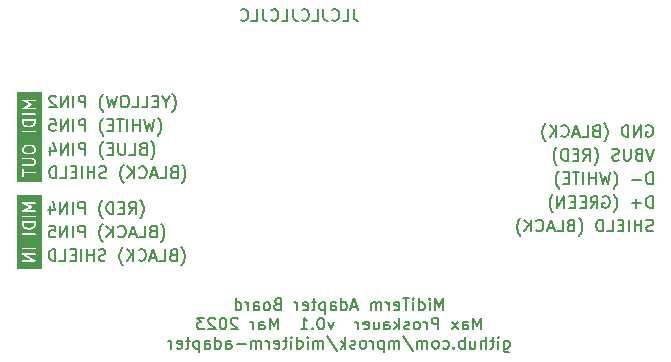
<source format=gbr>
%TF.GenerationSoftware,KiCad,Pcbnew,7.0.1*%
%TF.CreationDate,2023-03-31T12:03:08-04:00*%
%TF.ProjectId,miditerm,6d696469-7465-4726-9d2e-6b696361645f,0.1*%
%TF.SameCoordinates,Original*%
%TF.FileFunction,Legend,Bot*%
%TF.FilePolarity,Positive*%
%FSLAX46Y46*%
G04 Gerber Fmt 4.6, Leading zero omitted, Abs format (unit mm)*
G04 Created by KiCad (PCBNEW 7.0.1) date 2023-03-31 12:03:08*
%MOMM*%
%LPD*%
G01*
G04 APERTURE LIST*
%ADD10C,0.150000*%
G04 APERTURE END LIST*
D10*
X156904761Y-87462619D02*
X156571428Y-88462619D01*
X156571428Y-88462619D02*
X156238095Y-87462619D01*
X155571428Y-87938809D02*
X155428571Y-87986428D01*
X155428571Y-87986428D02*
X155380952Y-88034047D01*
X155380952Y-88034047D02*
X155333333Y-88129285D01*
X155333333Y-88129285D02*
X155333333Y-88272142D01*
X155333333Y-88272142D02*
X155380952Y-88367380D01*
X155380952Y-88367380D02*
X155428571Y-88415000D01*
X155428571Y-88415000D02*
X155523809Y-88462619D01*
X155523809Y-88462619D02*
X155904761Y-88462619D01*
X155904761Y-88462619D02*
X155904761Y-87462619D01*
X155904761Y-87462619D02*
X155571428Y-87462619D01*
X155571428Y-87462619D02*
X155476190Y-87510238D01*
X155476190Y-87510238D02*
X155428571Y-87557857D01*
X155428571Y-87557857D02*
X155380952Y-87653095D01*
X155380952Y-87653095D02*
X155380952Y-87748333D01*
X155380952Y-87748333D02*
X155428571Y-87843571D01*
X155428571Y-87843571D02*
X155476190Y-87891190D01*
X155476190Y-87891190D02*
X155571428Y-87938809D01*
X155571428Y-87938809D02*
X155904761Y-87938809D01*
X154904761Y-87462619D02*
X154904761Y-88272142D01*
X154904761Y-88272142D02*
X154857142Y-88367380D01*
X154857142Y-88367380D02*
X154809523Y-88415000D01*
X154809523Y-88415000D02*
X154714285Y-88462619D01*
X154714285Y-88462619D02*
X154523809Y-88462619D01*
X154523809Y-88462619D02*
X154428571Y-88415000D01*
X154428571Y-88415000D02*
X154380952Y-88367380D01*
X154380952Y-88367380D02*
X154333333Y-88272142D01*
X154333333Y-88272142D02*
X154333333Y-87462619D01*
X153904761Y-88415000D02*
X153761904Y-88462619D01*
X153761904Y-88462619D02*
X153523809Y-88462619D01*
X153523809Y-88462619D02*
X153428571Y-88415000D01*
X153428571Y-88415000D02*
X153380952Y-88367380D01*
X153380952Y-88367380D02*
X153333333Y-88272142D01*
X153333333Y-88272142D02*
X153333333Y-88176904D01*
X153333333Y-88176904D02*
X153380952Y-88081666D01*
X153380952Y-88081666D02*
X153428571Y-88034047D01*
X153428571Y-88034047D02*
X153523809Y-87986428D01*
X153523809Y-87986428D02*
X153714285Y-87938809D01*
X153714285Y-87938809D02*
X153809523Y-87891190D01*
X153809523Y-87891190D02*
X153857142Y-87843571D01*
X153857142Y-87843571D02*
X153904761Y-87748333D01*
X153904761Y-87748333D02*
X153904761Y-87653095D01*
X153904761Y-87653095D02*
X153857142Y-87557857D01*
X153857142Y-87557857D02*
X153809523Y-87510238D01*
X153809523Y-87510238D02*
X153714285Y-87462619D01*
X153714285Y-87462619D02*
X153476190Y-87462619D01*
X153476190Y-87462619D02*
X153333333Y-87510238D01*
X151857142Y-88843571D02*
X151904761Y-88795952D01*
X151904761Y-88795952D02*
X151999999Y-88653095D01*
X151999999Y-88653095D02*
X152047618Y-88557857D01*
X152047618Y-88557857D02*
X152095237Y-88415000D01*
X152095237Y-88415000D02*
X152142856Y-88176904D01*
X152142856Y-88176904D02*
X152142856Y-87986428D01*
X152142856Y-87986428D02*
X152095237Y-87748333D01*
X152095237Y-87748333D02*
X152047618Y-87605476D01*
X152047618Y-87605476D02*
X151999999Y-87510238D01*
X151999999Y-87510238D02*
X151904761Y-87367380D01*
X151904761Y-87367380D02*
X151857142Y-87319761D01*
X150904761Y-88462619D02*
X151238094Y-87986428D01*
X151476189Y-88462619D02*
X151476189Y-87462619D01*
X151476189Y-87462619D02*
X151095237Y-87462619D01*
X151095237Y-87462619D02*
X150999999Y-87510238D01*
X150999999Y-87510238D02*
X150952380Y-87557857D01*
X150952380Y-87557857D02*
X150904761Y-87653095D01*
X150904761Y-87653095D02*
X150904761Y-87795952D01*
X150904761Y-87795952D02*
X150952380Y-87891190D01*
X150952380Y-87891190D02*
X150999999Y-87938809D01*
X150999999Y-87938809D02*
X151095237Y-87986428D01*
X151095237Y-87986428D02*
X151476189Y-87986428D01*
X150476189Y-87938809D02*
X150142856Y-87938809D01*
X149999999Y-88462619D02*
X150476189Y-88462619D01*
X150476189Y-88462619D02*
X150476189Y-87462619D01*
X150476189Y-87462619D02*
X149999999Y-87462619D01*
X149571427Y-88462619D02*
X149571427Y-87462619D01*
X149571427Y-87462619D02*
X149333332Y-87462619D01*
X149333332Y-87462619D02*
X149190475Y-87510238D01*
X149190475Y-87510238D02*
X149095237Y-87605476D01*
X149095237Y-87605476D02*
X149047618Y-87700714D01*
X149047618Y-87700714D02*
X148999999Y-87891190D01*
X148999999Y-87891190D02*
X148999999Y-88034047D01*
X148999999Y-88034047D02*
X149047618Y-88224523D01*
X149047618Y-88224523D02*
X149095237Y-88319761D01*
X149095237Y-88319761D02*
X149190475Y-88415000D01*
X149190475Y-88415000D02*
X149333332Y-88462619D01*
X149333332Y-88462619D02*
X149571427Y-88462619D01*
X148666665Y-88843571D02*
X148619046Y-88795952D01*
X148619046Y-88795952D02*
X148523808Y-88653095D01*
X148523808Y-88653095D02*
X148476189Y-88557857D01*
X148476189Y-88557857D02*
X148428570Y-88415000D01*
X148428570Y-88415000D02*
X148380951Y-88176904D01*
X148380951Y-88176904D02*
X148380951Y-87986428D01*
X148380951Y-87986428D02*
X148428570Y-87748333D01*
X148428570Y-87748333D02*
X148476189Y-87605476D01*
X148476189Y-87605476D02*
X148523808Y-87510238D01*
X148523808Y-87510238D02*
X148619046Y-87367380D01*
X148619046Y-87367380D02*
X148666665Y-87319761D01*
X116119048Y-84343571D02*
X116166667Y-84295952D01*
X116166667Y-84295952D02*
X116261905Y-84153095D01*
X116261905Y-84153095D02*
X116309524Y-84057857D01*
X116309524Y-84057857D02*
X116357143Y-83915000D01*
X116357143Y-83915000D02*
X116404762Y-83676904D01*
X116404762Y-83676904D02*
X116404762Y-83486428D01*
X116404762Y-83486428D02*
X116357143Y-83248333D01*
X116357143Y-83248333D02*
X116309524Y-83105476D01*
X116309524Y-83105476D02*
X116261905Y-83010238D01*
X116261905Y-83010238D02*
X116166667Y-82867380D01*
X116166667Y-82867380D02*
X116119048Y-82819761D01*
X115547619Y-83486428D02*
X115547619Y-83962619D01*
X115880952Y-82962619D02*
X115547619Y-83486428D01*
X115547619Y-83486428D02*
X115214286Y-82962619D01*
X114880952Y-83438809D02*
X114547619Y-83438809D01*
X114404762Y-83962619D02*
X114880952Y-83962619D01*
X114880952Y-83962619D02*
X114880952Y-82962619D01*
X114880952Y-82962619D02*
X114404762Y-82962619D01*
X113500000Y-83962619D02*
X113976190Y-83962619D01*
X113976190Y-83962619D02*
X113976190Y-82962619D01*
X112690476Y-83962619D02*
X113166666Y-83962619D01*
X113166666Y-83962619D02*
X113166666Y-82962619D01*
X112166666Y-82962619D02*
X111976190Y-82962619D01*
X111976190Y-82962619D02*
X111880952Y-83010238D01*
X111880952Y-83010238D02*
X111785714Y-83105476D01*
X111785714Y-83105476D02*
X111738095Y-83295952D01*
X111738095Y-83295952D02*
X111738095Y-83629285D01*
X111738095Y-83629285D02*
X111785714Y-83819761D01*
X111785714Y-83819761D02*
X111880952Y-83915000D01*
X111880952Y-83915000D02*
X111976190Y-83962619D01*
X111976190Y-83962619D02*
X112166666Y-83962619D01*
X112166666Y-83962619D02*
X112261904Y-83915000D01*
X112261904Y-83915000D02*
X112357142Y-83819761D01*
X112357142Y-83819761D02*
X112404761Y-83629285D01*
X112404761Y-83629285D02*
X112404761Y-83295952D01*
X112404761Y-83295952D02*
X112357142Y-83105476D01*
X112357142Y-83105476D02*
X112261904Y-83010238D01*
X112261904Y-83010238D02*
X112166666Y-82962619D01*
X111404761Y-82962619D02*
X111166666Y-83962619D01*
X111166666Y-83962619D02*
X110976190Y-83248333D01*
X110976190Y-83248333D02*
X110785714Y-83962619D01*
X110785714Y-83962619D02*
X110547619Y-82962619D01*
X110261904Y-84343571D02*
X110214285Y-84295952D01*
X110214285Y-84295952D02*
X110119047Y-84153095D01*
X110119047Y-84153095D02*
X110071428Y-84057857D01*
X110071428Y-84057857D02*
X110023809Y-83915000D01*
X110023809Y-83915000D02*
X109976190Y-83676904D01*
X109976190Y-83676904D02*
X109976190Y-83486428D01*
X109976190Y-83486428D02*
X110023809Y-83248333D01*
X110023809Y-83248333D02*
X110071428Y-83105476D01*
X110071428Y-83105476D02*
X110119047Y-83010238D01*
X110119047Y-83010238D02*
X110214285Y-82867380D01*
X110214285Y-82867380D02*
X110261904Y-82819761D01*
X108738094Y-83962619D02*
X108738094Y-82962619D01*
X108738094Y-82962619D02*
X108357142Y-82962619D01*
X108357142Y-82962619D02*
X108261904Y-83010238D01*
X108261904Y-83010238D02*
X108214285Y-83057857D01*
X108214285Y-83057857D02*
X108166666Y-83153095D01*
X108166666Y-83153095D02*
X108166666Y-83295952D01*
X108166666Y-83295952D02*
X108214285Y-83391190D01*
X108214285Y-83391190D02*
X108261904Y-83438809D01*
X108261904Y-83438809D02*
X108357142Y-83486428D01*
X108357142Y-83486428D02*
X108738094Y-83486428D01*
X107738094Y-83962619D02*
X107738094Y-82962619D01*
X107261904Y-83962619D02*
X107261904Y-82962619D01*
X107261904Y-82962619D02*
X106690476Y-83962619D01*
X106690476Y-83962619D02*
X106690476Y-82962619D01*
X106261904Y-83057857D02*
X106214285Y-83010238D01*
X106214285Y-83010238D02*
X106119047Y-82962619D01*
X106119047Y-82962619D02*
X105880952Y-82962619D01*
X105880952Y-82962619D02*
X105785714Y-83010238D01*
X105785714Y-83010238D02*
X105738095Y-83057857D01*
X105738095Y-83057857D02*
X105690476Y-83153095D01*
X105690476Y-83153095D02*
X105690476Y-83248333D01*
X105690476Y-83248333D02*
X105738095Y-83391190D01*
X105738095Y-83391190D02*
X106309523Y-83962619D01*
X106309523Y-83962619D02*
X105690476Y-83962619D01*
X156238095Y-85510238D02*
X156333333Y-85462619D01*
X156333333Y-85462619D02*
X156476190Y-85462619D01*
X156476190Y-85462619D02*
X156619047Y-85510238D01*
X156619047Y-85510238D02*
X156714285Y-85605476D01*
X156714285Y-85605476D02*
X156761904Y-85700714D01*
X156761904Y-85700714D02*
X156809523Y-85891190D01*
X156809523Y-85891190D02*
X156809523Y-86034047D01*
X156809523Y-86034047D02*
X156761904Y-86224523D01*
X156761904Y-86224523D02*
X156714285Y-86319761D01*
X156714285Y-86319761D02*
X156619047Y-86415000D01*
X156619047Y-86415000D02*
X156476190Y-86462619D01*
X156476190Y-86462619D02*
X156380952Y-86462619D01*
X156380952Y-86462619D02*
X156238095Y-86415000D01*
X156238095Y-86415000D02*
X156190476Y-86367380D01*
X156190476Y-86367380D02*
X156190476Y-86034047D01*
X156190476Y-86034047D02*
X156380952Y-86034047D01*
X155761904Y-86462619D02*
X155761904Y-85462619D01*
X155761904Y-85462619D02*
X155190476Y-86462619D01*
X155190476Y-86462619D02*
X155190476Y-85462619D01*
X154714285Y-86462619D02*
X154714285Y-85462619D01*
X154714285Y-85462619D02*
X154476190Y-85462619D01*
X154476190Y-85462619D02*
X154333333Y-85510238D01*
X154333333Y-85510238D02*
X154238095Y-85605476D01*
X154238095Y-85605476D02*
X154190476Y-85700714D01*
X154190476Y-85700714D02*
X154142857Y-85891190D01*
X154142857Y-85891190D02*
X154142857Y-86034047D01*
X154142857Y-86034047D02*
X154190476Y-86224523D01*
X154190476Y-86224523D02*
X154238095Y-86319761D01*
X154238095Y-86319761D02*
X154333333Y-86415000D01*
X154333333Y-86415000D02*
X154476190Y-86462619D01*
X154476190Y-86462619D02*
X154714285Y-86462619D01*
X152666666Y-86843571D02*
X152714285Y-86795952D01*
X152714285Y-86795952D02*
X152809523Y-86653095D01*
X152809523Y-86653095D02*
X152857142Y-86557857D01*
X152857142Y-86557857D02*
X152904761Y-86415000D01*
X152904761Y-86415000D02*
X152952380Y-86176904D01*
X152952380Y-86176904D02*
X152952380Y-85986428D01*
X152952380Y-85986428D02*
X152904761Y-85748333D01*
X152904761Y-85748333D02*
X152857142Y-85605476D01*
X152857142Y-85605476D02*
X152809523Y-85510238D01*
X152809523Y-85510238D02*
X152714285Y-85367380D01*
X152714285Y-85367380D02*
X152666666Y-85319761D01*
X151952380Y-85938809D02*
X151809523Y-85986428D01*
X151809523Y-85986428D02*
X151761904Y-86034047D01*
X151761904Y-86034047D02*
X151714285Y-86129285D01*
X151714285Y-86129285D02*
X151714285Y-86272142D01*
X151714285Y-86272142D02*
X151761904Y-86367380D01*
X151761904Y-86367380D02*
X151809523Y-86415000D01*
X151809523Y-86415000D02*
X151904761Y-86462619D01*
X151904761Y-86462619D02*
X152285713Y-86462619D01*
X152285713Y-86462619D02*
X152285713Y-85462619D01*
X152285713Y-85462619D02*
X151952380Y-85462619D01*
X151952380Y-85462619D02*
X151857142Y-85510238D01*
X151857142Y-85510238D02*
X151809523Y-85557857D01*
X151809523Y-85557857D02*
X151761904Y-85653095D01*
X151761904Y-85653095D02*
X151761904Y-85748333D01*
X151761904Y-85748333D02*
X151809523Y-85843571D01*
X151809523Y-85843571D02*
X151857142Y-85891190D01*
X151857142Y-85891190D02*
X151952380Y-85938809D01*
X151952380Y-85938809D02*
X152285713Y-85938809D01*
X150809523Y-86462619D02*
X151285713Y-86462619D01*
X151285713Y-86462619D02*
X151285713Y-85462619D01*
X150523808Y-86176904D02*
X150047618Y-86176904D01*
X150619046Y-86462619D02*
X150285713Y-85462619D01*
X150285713Y-85462619D02*
X149952380Y-86462619D01*
X149047618Y-86367380D02*
X149095237Y-86415000D01*
X149095237Y-86415000D02*
X149238094Y-86462619D01*
X149238094Y-86462619D02*
X149333332Y-86462619D01*
X149333332Y-86462619D02*
X149476189Y-86415000D01*
X149476189Y-86415000D02*
X149571427Y-86319761D01*
X149571427Y-86319761D02*
X149619046Y-86224523D01*
X149619046Y-86224523D02*
X149666665Y-86034047D01*
X149666665Y-86034047D02*
X149666665Y-85891190D01*
X149666665Y-85891190D02*
X149619046Y-85700714D01*
X149619046Y-85700714D02*
X149571427Y-85605476D01*
X149571427Y-85605476D02*
X149476189Y-85510238D01*
X149476189Y-85510238D02*
X149333332Y-85462619D01*
X149333332Y-85462619D02*
X149238094Y-85462619D01*
X149238094Y-85462619D02*
X149095237Y-85510238D01*
X149095237Y-85510238D02*
X149047618Y-85557857D01*
X148619046Y-86462619D02*
X148619046Y-85462619D01*
X148047618Y-86462619D02*
X148476189Y-85891190D01*
X148047618Y-85462619D02*
X148619046Y-86034047D01*
X147714284Y-86843571D02*
X147666665Y-86795952D01*
X147666665Y-86795952D02*
X147571427Y-86653095D01*
X147571427Y-86653095D02*
X147523808Y-86557857D01*
X147523808Y-86557857D02*
X147476189Y-86415000D01*
X147476189Y-86415000D02*
X147428570Y-86176904D01*
X147428570Y-86176904D02*
X147428570Y-85986428D01*
X147428570Y-85986428D02*
X147476189Y-85748333D01*
X147476189Y-85748333D02*
X147523808Y-85605476D01*
X147523808Y-85605476D02*
X147571427Y-85510238D01*
X147571427Y-85510238D02*
X147666665Y-85367380D01*
X147666665Y-85367380D02*
X147714284Y-85319761D01*
X116866072Y-97343571D02*
X116913691Y-97295952D01*
X116913691Y-97295952D02*
X117008929Y-97153095D01*
X117008929Y-97153095D02*
X117056548Y-97057857D01*
X117056548Y-97057857D02*
X117104167Y-96915000D01*
X117104167Y-96915000D02*
X117151786Y-96676904D01*
X117151786Y-96676904D02*
X117151786Y-96486428D01*
X117151786Y-96486428D02*
X117104167Y-96248333D01*
X117104167Y-96248333D02*
X117056548Y-96105476D01*
X117056548Y-96105476D02*
X117008929Y-96010238D01*
X117008929Y-96010238D02*
X116913691Y-95867380D01*
X116913691Y-95867380D02*
X116866072Y-95819761D01*
X116151786Y-96438809D02*
X116008929Y-96486428D01*
X116008929Y-96486428D02*
X115961310Y-96534047D01*
X115961310Y-96534047D02*
X115913691Y-96629285D01*
X115913691Y-96629285D02*
X115913691Y-96772142D01*
X115913691Y-96772142D02*
X115961310Y-96867380D01*
X115961310Y-96867380D02*
X116008929Y-96915000D01*
X116008929Y-96915000D02*
X116104167Y-96962619D01*
X116104167Y-96962619D02*
X116485119Y-96962619D01*
X116485119Y-96962619D02*
X116485119Y-95962619D01*
X116485119Y-95962619D02*
X116151786Y-95962619D01*
X116151786Y-95962619D02*
X116056548Y-96010238D01*
X116056548Y-96010238D02*
X116008929Y-96057857D01*
X116008929Y-96057857D02*
X115961310Y-96153095D01*
X115961310Y-96153095D02*
X115961310Y-96248333D01*
X115961310Y-96248333D02*
X116008929Y-96343571D01*
X116008929Y-96343571D02*
X116056548Y-96391190D01*
X116056548Y-96391190D02*
X116151786Y-96438809D01*
X116151786Y-96438809D02*
X116485119Y-96438809D01*
X115008929Y-96962619D02*
X115485119Y-96962619D01*
X115485119Y-96962619D02*
X115485119Y-95962619D01*
X114723214Y-96676904D02*
X114247024Y-96676904D01*
X114818452Y-96962619D02*
X114485119Y-95962619D01*
X114485119Y-95962619D02*
X114151786Y-96962619D01*
X113247024Y-96867380D02*
X113294643Y-96915000D01*
X113294643Y-96915000D02*
X113437500Y-96962619D01*
X113437500Y-96962619D02*
X113532738Y-96962619D01*
X113532738Y-96962619D02*
X113675595Y-96915000D01*
X113675595Y-96915000D02*
X113770833Y-96819761D01*
X113770833Y-96819761D02*
X113818452Y-96724523D01*
X113818452Y-96724523D02*
X113866071Y-96534047D01*
X113866071Y-96534047D02*
X113866071Y-96391190D01*
X113866071Y-96391190D02*
X113818452Y-96200714D01*
X113818452Y-96200714D02*
X113770833Y-96105476D01*
X113770833Y-96105476D02*
X113675595Y-96010238D01*
X113675595Y-96010238D02*
X113532738Y-95962619D01*
X113532738Y-95962619D02*
X113437500Y-95962619D01*
X113437500Y-95962619D02*
X113294643Y-96010238D01*
X113294643Y-96010238D02*
X113247024Y-96057857D01*
X112818452Y-96962619D02*
X112818452Y-95962619D01*
X112247024Y-96962619D02*
X112675595Y-96391190D01*
X112247024Y-95962619D02*
X112818452Y-96534047D01*
X111913690Y-97343571D02*
X111866071Y-97295952D01*
X111866071Y-97295952D02*
X111770833Y-97153095D01*
X111770833Y-97153095D02*
X111723214Y-97057857D01*
X111723214Y-97057857D02*
X111675595Y-96915000D01*
X111675595Y-96915000D02*
X111627976Y-96676904D01*
X111627976Y-96676904D02*
X111627976Y-96486428D01*
X111627976Y-96486428D02*
X111675595Y-96248333D01*
X111675595Y-96248333D02*
X111723214Y-96105476D01*
X111723214Y-96105476D02*
X111770833Y-96010238D01*
X111770833Y-96010238D02*
X111866071Y-95867380D01*
X111866071Y-95867380D02*
X111913690Y-95819761D01*
X110437499Y-96915000D02*
X110294642Y-96962619D01*
X110294642Y-96962619D02*
X110056547Y-96962619D01*
X110056547Y-96962619D02*
X109961309Y-96915000D01*
X109961309Y-96915000D02*
X109913690Y-96867380D01*
X109913690Y-96867380D02*
X109866071Y-96772142D01*
X109866071Y-96772142D02*
X109866071Y-96676904D01*
X109866071Y-96676904D02*
X109913690Y-96581666D01*
X109913690Y-96581666D02*
X109961309Y-96534047D01*
X109961309Y-96534047D02*
X110056547Y-96486428D01*
X110056547Y-96486428D02*
X110247023Y-96438809D01*
X110247023Y-96438809D02*
X110342261Y-96391190D01*
X110342261Y-96391190D02*
X110389880Y-96343571D01*
X110389880Y-96343571D02*
X110437499Y-96248333D01*
X110437499Y-96248333D02*
X110437499Y-96153095D01*
X110437499Y-96153095D02*
X110389880Y-96057857D01*
X110389880Y-96057857D02*
X110342261Y-96010238D01*
X110342261Y-96010238D02*
X110247023Y-95962619D01*
X110247023Y-95962619D02*
X110008928Y-95962619D01*
X110008928Y-95962619D02*
X109866071Y-96010238D01*
X109437499Y-96962619D02*
X109437499Y-95962619D01*
X109437499Y-96438809D02*
X108866071Y-96438809D01*
X108866071Y-96962619D02*
X108866071Y-95962619D01*
X108389880Y-96962619D02*
X108389880Y-95962619D01*
X107913690Y-96438809D02*
X107580357Y-96438809D01*
X107437500Y-96962619D02*
X107913690Y-96962619D01*
X107913690Y-96962619D02*
X107913690Y-95962619D01*
X107913690Y-95962619D02*
X107437500Y-95962619D01*
X106532738Y-96962619D02*
X107008928Y-96962619D01*
X107008928Y-96962619D02*
X107008928Y-95962619D01*
X106199404Y-96962619D02*
X106199404Y-95962619D01*
X106199404Y-95962619D02*
X105961309Y-95962619D01*
X105961309Y-95962619D02*
X105818452Y-96010238D01*
X105818452Y-96010238D02*
X105723214Y-96105476D01*
X105723214Y-96105476D02*
X105675595Y-96200714D01*
X105675595Y-96200714D02*
X105627976Y-96391190D01*
X105627976Y-96391190D02*
X105627976Y-96534047D01*
X105627976Y-96534047D02*
X105675595Y-96724523D01*
X105675595Y-96724523D02*
X105723214Y-96819761D01*
X105723214Y-96819761D02*
X105818452Y-96915000D01*
X105818452Y-96915000D02*
X105961309Y-96962619D01*
X105961309Y-96962619D02*
X106199404Y-96962619D01*
X116928572Y-90343571D02*
X116976191Y-90295952D01*
X116976191Y-90295952D02*
X117071429Y-90153095D01*
X117071429Y-90153095D02*
X117119048Y-90057857D01*
X117119048Y-90057857D02*
X117166667Y-89915000D01*
X117166667Y-89915000D02*
X117214286Y-89676904D01*
X117214286Y-89676904D02*
X117214286Y-89486428D01*
X117214286Y-89486428D02*
X117166667Y-89248333D01*
X117166667Y-89248333D02*
X117119048Y-89105476D01*
X117119048Y-89105476D02*
X117071429Y-89010238D01*
X117071429Y-89010238D02*
X116976191Y-88867380D01*
X116976191Y-88867380D02*
X116928572Y-88819761D01*
X116214286Y-89438809D02*
X116071429Y-89486428D01*
X116071429Y-89486428D02*
X116023810Y-89534047D01*
X116023810Y-89534047D02*
X115976191Y-89629285D01*
X115976191Y-89629285D02*
X115976191Y-89772142D01*
X115976191Y-89772142D02*
X116023810Y-89867380D01*
X116023810Y-89867380D02*
X116071429Y-89915000D01*
X116071429Y-89915000D02*
X116166667Y-89962619D01*
X116166667Y-89962619D02*
X116547619Y-89962619D01*
X116547619Y-89962619D02*
X116547619Y-88962619D01*
X116547619Y-88962619D02*
X116214286Y-88962619D01*
X116214286Y-88962619D02*
X116119048Y-89010238D01*
X116119048Y-89010238D02*
X116071429Y-89057857D01*
X116071429Y-89057857D02*
X116023810Y-89153095D01*
X116023810Y-89153095D02*
X116023810Y-89248333D01*
X116023810Y-89248333D02*
X116071429Y-89343571D01*
X116071429Y-89343571D02*
X116119048Y-89391190D01*
X116119048Y-89391190D02*
X116214286Y-89438809D01*
X116214286Y-89438809D02*
X116547619Y-89438809D01*
X115071429Y-89962619D02*
X115547619Y-89962619D01*
X115547619Y-89962619D02*
X115547619Y-88962619D01*
X114785714Y-89676904D02*
X114309524Y-89676904D01*
X114880952Y-89962619D02*
X114547619Y-88962619D01*
X114547619Y-88962619D02*
X114214286Y-89962619D01*
X113309524Y-89867380D02*
X113357143Y-89915000D01*
X113357143Y-89915000D02*
X113500000Y-89962619D01*
X113500000Y-89962619D02*
X113595238Y-89962619D01*
X113595238Y-89962619D02*
X113738095Y-89915000D01*
X113738095Y-89915000D02*
X113833333Y-89819761D01*
X113833333Y-89819761D02*
X113880952Y-89724523D01*
X113880952Y-89724523D02*
X113928571Y-89534047D01*
X113928571Y-89534047D02*
X113928571Y-89391190D01*
X113928571Y-89391190D02*
X113880952Y-89200714D01*
X113880952Y-89200714D02*
X113833333Y-89105476D01*
X113833333Y-89105476D02*
X113738095Y-89010238D01*
X113738095Y-89010238D02*
X113595238Y-88962619D01*
X113595238Y-88962619D02*
X113500000Y-88962619D01*
X113500000Y-88962619D02*
X113357143Y-89010238D01*
X113357143Y-89010238D02*
X113309524Y-89057857D01*
X112880952Y-89962619D02*
X112880952Y-88962619D01*
X112309524Y-89962619D02*
X112738095Y-89391190D01*
X112309524Y-88962619D02*
X112880952Y-89534047D01*
X111976190Y-90343571D02*
X111928571Y-90295952D01*
X111928571Y-90295952D02*
X111833333Y-90153095D01*
X111833333Y-90153095D02*
X111785714Y-90057857D01*
X111785714Y-90057857D02*
X111738095Y-89915000D01*
X111738095Y-89915000D02*
X111690476Y-89676904D01*
X111690476Y-89676904D02*
X111690476Y-89486428D01*
X111690476Y-89486428D02*
X111738095Y-89248333D01*
X111738095Y-89248333D02*
X111785714Y-89105476D01*
X111785714Y-89105476D02*
X111833333Y-89010238D01*
X111833333Y-89010238D02*
X111928571Y-88867380D01*
X111928571Y-88867380D02*
X111976190Y-88819761D01*
X110499999Y-89915000D02*
X110357142Y-89962619D01*
X110357142Y-89962619D02*
X110119047Y-89962619D01*
X110119047Y-89962619D02*
X110023809Y-89915000D01*
X110023809Y-89915000D02*
X109976190Y-89867380D01*
X109976190Y-89867380D02*
X109928571Y-89772142D01*
X109928571Y-89772142D02*
X109928571Y-89676904D01*
X109928571Y-89676904D02*
X109976190Y-89581666D01*
X109976190Y-89581666D02*
X110023809Y-89534047D01*
X110023809Y-89534047D02*
X110119047Y-89486428D01*
X110119047Y-89486428D02*
X110309523Y-89438809D01*
X110309523Y-89438809D02*
X110404761Y-89391190D01*
X110404761Y-89391190D02*
X110452380Y-89343571D01*
X110452380Y-89343571D02*
X110499999Y-89248333D01*
X110499999Y-89248333D02*
X110499999Y-89153095D01*
X110499999Y-89153095D02*
X110452380Y-89057857D01*
X110452380Y-89057857D02*
X110404761Y-89010238D01*
X110404761Y-89010238D02*
X110309523Y-88962619D01*
X110309523Y-88962619D02*
X110071428Y-88962619D01*
X110071428Y-88962619D02*
X109928571Y-89010238D01*
X109499999Y-89962619D02*
X109499999Y-88962619D01*
X109499999Y-89438809D02*
X108928571Y-89438809D01*
X108928571Y-89962619D02*
X108928571Y-88962619D01*
X108452380Y-89962619D02*
X108452380Y-88962619D01*
X107976190Y-89438809D02*
X107642857Y-89438809D01*
X107500000Y-89962619D02*
X107976190Y-89962619D01*
X107976190Y-89962619D02*
X107976190Y-88962619D01*
X107976190Y-88962619D02*
X107500000Y-88962619D01*
X106595238Y-89962619D02*
X107071428Y-89962619D01*
X107071428Y-89962619D02*
X107071428Y-88962619D01*
X106261904Y-89962619D02*
X106261904Y-88962619D01*
X106261904Y-88962619D02*
X106023809Y-88962619D01*
X106023809Y-88962619D02*
X105880952Y-89010238D01*
X105880952Y-89010238D02*
X105785714Y-89105476D01*
X105785714Y-89105476D02*
X105738095Y-89200714D01*
X105738095Y-89200714D02*
X105690476Y-89391190D01*
X105690476Y-89391190D02*
X105690476Y-89534047D01*
X105690476Y-89534047D02*
X105738095Y-89724523D01*
X105738095Y-89724523D02*
X105785714Y-89819761D01*
X105785714Y-89819761D02*
X105880952Y-89915000D01*
X105880952Y-89915000D02*
X106023809Y-89962619D01*
X106023809Y-89962619D02*
X106261904Y-89962619D01*
X114309524Y-88343571D02*
X114357143Y-88295952D01*
X114357143Y-88295952D02*
X114452381Y-88153095D01*
X114452381Y-88153095D02*
X114500000Y-88057857D01*
X114500000Y-88057857D02*
X114547619Y-87915000D01*
X114547619Y-87915000D02*
X114595238Y-87676904D01*
X114595238Y-87676904D02*
X114595238Y-87486428D01*
X114595238Y-87486428D02*
X114547619Y-87248333D01*
X114547619Y-87248333D02*
X114500000Y-87105476D01*
X114500000Y-87105476D02*
X114452381Y-87010238D01*
X114452381Y-87010238D02*
X114357143Y-86867380D01*
X114357143Y-86867380D02*
X114309524Y-86819761D01*
X113595238Y-87438809D02*
X113452381Y-87486428D01*
X113452381Y-87486428D02*
X113404762Y-87534047D01*
X113404762Y-87534047D02*
X113357143Y-87629285D01*
X113357143Y-87629285D02*
X113357143Y-87772142D01*
X113357143Y-87772142D02*
X113404762Y-87867380D01*
X113404762Y-87867380D02*
X113452381Y-87915000D01*
X113452381Y-87915000D02*
X113547619Y-87962619D01*
X113547619Y-87962619D02*
X113928571Y-87962619D01*
X113928571Y-87962619D02*
X113928571Y-86962619D01*
X113928571Y-86962619D02*
X113595238Y-86962619D01*
X113595238Y-86962619D02*
X113500000Y-87010238D01*
X113500000Y-87010238D02*
X113452381Y-87057857D01*
X113452381Y-87057857D02*
X113404762Y-87153095D01*
X113404762Y-87153095D02*
X113404762Y-87248333D01*
X113404762Y-87248333D02*
X113452381Y-87343571D01*
X113452381Y-87343571D02*
X113500000Y-87391190D01*
X113500000Y-87391190D02*
X113595238Y-87438809D01*
X113595238Y-87438809D02*
X113928571Y-87438809D01*
X112452381Y-87962619D02*
X112928571Y-87962619D01*
X112928571Y-87962619D02*
X112928571Y-86962619D01*
X112119047Y-86962619D02*
X112119047Y-87772142D01*
X112119047Y-87772142D02*
X112071428Y-87867380D01*
X112071428Y-87867380D02*
X112023809Y-87915000D01*
X112023809Y-87915000D02*
X111928571Y-87962619D01*
X111928571Y-87962619D02*
X111738095Y-87962619D01*
X111738095Y-87962619D02*
X111642857Y-87915000D01*
X111642857Y-87915000D02*
X111595238Y-87867380D01*
X111595238Y-87867380D02*
X111547619Y-87772142D01*
X111547619Y-87772142D02*
X111547619Y-86962619D01*
X111071428Y-87438809D02*
X110738095Y-87438809D01*
X110595238Y-87962619D02*
X111071428Y-87962619D01*
X111071428Y-87962619D02*
X111071428Y-86962619D01*
X111071428Y-86962619D02*
X110595238Y-86962619D01*
X110261904Y-88343571D02*
X110214285Y-88295952D01*
X110214285Y-88295952D02*
X110119047Y-88153095D01*
X110119047Y-88153095D02*
X110071428Y-88057857D01*
X110071428Y-88057857D02*
X110023809Y-87915000D01*
X110023809Y-87915000D02*
X109976190Y-87676904D01*
X109976190Y-87676904D02*
X109976190Y-87486428D01*
X109976190Y-87486428D02*
X110023809Y-87248333D01*
X110023809Y-87248333D02*
X110071428Y-87105476D01*
X110071428Y-87105476D02*
X110119047Y-87010238D01*
X110119047Y-87010238D02*
X110214285Y-86867380D01*
X110214285Y-86867380D02*
X110261904Y-86819761D01*
X108738094Y-87962619D02*
X108738094Y-86962619D01*
X108738094Y-86962619D02*
X108357142Y-86962619D01*
X108357142Y-86962619D02*
X108261904Y-87010238D01*
X108261904Y-87010238D02*
X108214285Y-87057857D01*
X108214285Y-87057857D02*
X108166666Y-87153095D01*
X108166666Y-87153095D02*
X108166666Y-87295952D01*
X108166666Y-87295952D02*
X108214285Y-87391190D01*
X108214285Y-87391190D02*
X108261904Y-87438809D01*
X108261904Y-87438809D02*
X108357142Y-87486428D01*
X108357142Y-87486428D02*
X108738094Y-87486428D01*
X107738094Y-87962619D02*
X107738094Y-86962619D01*
X107261904Y-87962619D02*
X107261904Y-86962619D01*
X107261904Y-86962619D02*
X106690476Y-87962619D01*
X106690476Y-87962619D02*
X106690476Y-86962619D01*
X105785714Y-87295952D02*
X105785714Y-87962619D01*
X106023809Y-86915000D02*
X106261904Y-87629285D01*
X106261904Y-87629285D02*
X105642857Y-87629285D01*
X139035714Y-101137619D02*
X139035714Y-100137619D01*
X139035714Y-100137619D02*
X138702381Y-100851904D01*
X138702381Y-100851904D02*
X138369048Y-100137619D01*
X138369048Y-100137619D02*
X138369048Y-101137619D01*
X137892857Y-101137619D02*
X137892857Y-100470952D01*
X137892857Y-100137619D02*
X137940476Y-100185238D01*
X137940476Y-100185238D02*
X137892857Y-100232857D01*
X137892857Y-100232857D02*
X137845238Y-100185238D01*
X137845238Y-100185238D02*
X137892857Y-100137619D01*
X137892857Y-100137619D02*
X137892857Y-100232857D01*
X136988096Y-101137619D02*
X136988096Y-100137619D01*
X136988096Y-101090000D02*
X137083334Y-101137619D01*
X137083334Y-101137619D02*
X137273810Y-101137619D01*
X137273810Y-101137619D02*
X137369048Y-101090000D01*
X137369048Y-101090000D02*
X137416667Y-101042380D01*
X137416667Y-101042380D02*
X137464286Y-100947142D01*
X137464286Y-100947142D02*
X137464286Y-100661428D01*
X137464286Y-100661428D02*
X137416667Y-100566190D01*
X137416667Y-100566190D02*
X137369048Y-100518571D01*
X137369048Y-100518571D02*
X137273810Y-100470952D01*
X137273810Y-100470952D02*
X137083334Y-100470952D01*
X137083334Y-100470952D02*
X136988096Y-100518571D01*
X136511905Y-101137619D02*
X136511905Y-100470952D01*
X136511905Y-100137619D02*
X136559524Y-100185238D01*
X136559524Y-100185238D02*
X136511905Y-100232857D01*
X136511905Y-100232857D02*
X136464286Y-100185238D01*
X136464286Y-100185238D02*
X136511905Y-100137619D01*
X136511905Y-100137619D02*
X136511905Y-100232857D01*
X136178572Y-100137619D02*
X135607144Y-100137619D01*
X135892858Y-101137619D02*
X135892858Y-100137619D01*
X134892858Y-101090000D02*
X134988096Y-101137619D01*
X134988096Y-101137619D02*
X135178572Y-101137619D01*
X135178572Y-101137619D02*
X135273810Y-101090000D01*
X135273810Y-101090000D02*
X135321429Y-100994761D01*
X135321429Y-100994761D02*
X135321429Y-100613809D01*
X135321429Y-100613809D02*
X135273810Y-100518571D01*
X135273810Y-100518571D02*
X135178572Y-100470952D01*
X135178572Y-100470952D02*
X134988096Y-100470952D01*
X134988096Y-100470952D02*
X134892858Y-100518571D01*
X134892858Y-100518571D02*
X134845239Y-100613809D01*
X134845239Y-100613809D02*
X134845239Y-100709047D01*
X134845239Y-100709047D02*
X135321429Y-100804285D01*
X134416667Y-101137619D02*
X134416667Y-100470952D01*
X134416667Y-100661428D02*
X134369048Y-100566190D01*
X134369048Y-100566190D02*
X134321429Y-100518571D01*
X134321429Y-100518571D02*
X134226191Y-100470952D01*
X134226191Y-100470952D02*
X134130953Y-100470952D01*
X133797619Y-101137619D02*
X133797619Y-100470952D01*
X133797619Y-100566190D02*
X133750000Y-100518571D01*
X133750000Y-100518571D02*
X133654762Y-100470952D01*
X133654762Y-100470952D02*
X133511905Y-100470952D01*
X133511905Y-100470952D02*
X133416667Y-100518571D01*
X133416667Y-100518571D02*
X133369048Y-100613809D01*
X133369048Y-100613809D02*
X133369048Y-101137619D01*
X133369048Y-100613809D02*
X133321429Y-100518571D01*
X133321429Y-100518571D02*
X133226191Y-100470952D01*
X133226191Y-100470952D02*
X133083334Y-100470952D01*
X133083334Y-100470952D02*
X132988095Y-100518571D01*
X132988095Y-100518571D02*
X132940476Y-100613809D01*
X132940476Y-100613809D02*
X132940476Y-101137619D01*
X131750000Y-100851904D02*
X131273810Y-100851904D01*
X131845238Y-101137619D02*
X131511905Y-100137619D01*
X131511905Y-100137619D02*
X131178572Y-101137619D01*
X130416667Y-101137619D02*
X130416667Y-100137619D01*
X130416667Y-101090000D02*
X130511905Y-101137619D01*
X130511905Y-101137619D02*
X130702381Y-101137619D01*
X130702381Y-101137619D02*
X130797619Y-101090000D01*
X130797619Y-101090000D02*
X130845238Y-101042380D01*
X130845238Y-101042380D02*
X130892857Y-100947142D01*
X130892857Y-100947142D02*
X130892857Y-100661428D01*
X130892857Y-100661428D02*
X130845238Y-100566190D01*
X130845238Y-100566190D02*
X130797619Y-100518571D01*
X130797619Y-100518571D02*
X130702381Y-100470952D01*
X130702381Y-100470952D02*
X130511905Y-100470952D01*
X130511905Y-100470952D02*
X130416667Y-100518571D01*
X129511905Y-101137619D02*
X129511905Y-100613809D01*
X129511905Y-100613809D02*
X129559524Y-100518571D01*
X129559524Y-100518571D02*
X129654762Y-100470952D01*
X129654762Y-100470952D02*
X129845238Y-100470952D01*
X129845238Y-100470952D02*
X129940476Y-100518571D01*
X129511905Y-101090000D02*
X129607143Y-101137619D01*
X129607143Y-101137619D02*
X129845238Y-101137619D01*
X129845238Y-101137619D02*
X129940476Y-101090000D01*
X129940476Y-101090000D02*
X129988095Y-100994761D01*
X129988095Y-100994761D02*
X129988095Y-100899523D01*
X129988095Y-100899523D02*
X129940476Y-100804285D01*
X129940476Y-100804285D02*
X129845238Y-100756666D01*
X129845238Y-100756666D02*
X129607143Y-100756666D01*
X129607143Y-100756666D02*
X129511905Y-100709047D01*
X129035714Y-100470952D02*
X129035714Y-101470952D01*
X129035714Y-100518571D02*
X128940476Y-100470952D01*
X128940476Y-100470952D02*
X128750000Y-100470952D01*
X128750000Y-100470952D02*
X128654762Y-100518571D01*
X128654762Y-100518571D02*
X128607143Y-100566190D01*
X128607143Y-100566190D02*
X128559524Y-100661428D01*
X128559524Y-100661428D02*
X128559524Y-100947142D01*
X128559524Y-100947142D02*
X128607143Y-101042380D01*
X128607143Y-101042380D02*
X128654762Y-101090000D01*
X128654762Y-101090000D02*
X128750000Y-101137619D01*
X128750000Y-101137619D02*
X128940476Y-101137619D01*
X128940476Y-101137619D02*
X129035714Y-101090000D01*
X128273809Y-100470952D02*
X127892857Y-100470952D01*
X128130952Y-100137619D02*
X128130952Y-100994761D01*
X128130952Y-100994761D02*
X128083333Y-101090000D01*
X128083333Y-101090000D02*
X127988095Y-101137619D01*
X127988095Y-101137619D02*
X127892857Y-101137619D01*
X127178571Y-101090000D02*
X127273809Y-101137619D01*
X127273809Y-101137619D02*
X127464285Y-101137619D01*
X127464285Y-101137619D02*
X127559523Y-101090000D01*
X127559523Y-101090000D02*
X127607142Y-100994761D01*
X127607142Y-100994761D02*
X127607142Y-100613809D01*
X127607142Y-100613809D02*
X127559523Y-100518571D01*
X127559523Y-100518571D02*
X127464285Y-100470952D01*
X127464285Y-100470952D02*
X127273809Y-100470952D01*
X127273809Y-100470952D02*
X127178571Y-100518571D01*
X127178571Y-100518571D02*
X127130952Y-100613809D01*
X127130952Y-100613809D02*
X127130952Y-100709047D01*
X127130952Y-100709047D02*
X127607142Y-100804285D01*
X126702380Y-101137619D02*
X126702380Y-100470952D01*
X126702380Y-100661428D02*
X126654761Y-100566190D01*
X126654761Y-100566190D02*
X126607142Y-100518571D01*
X126607142Y-100518571D02*
X126511904Y-100470952D01*
X126511904Y-100470952D02*
X126416666Y-100470952D01*
X124988094Y-100613809D02*
X124845237Y-100661428D01*
X124845237Y-100661428D02*
X124797618Y-100709047D01*
X124797618Y-100709047D02*
X124749999Y-100804285D01*
X124749999Y-100804285D02*
X124749999Y-100947142D01*
X124749999Y-100947142D02*
X124797618Y-101042380D01*
X124797618Y-101042380D02*
X124845237Y-101090000D01*
X124845237Y-101090000D02*
X124940475Y-101137619D01*
X124940475Y-101137619D02*
X125321427Y-101137619D01*
X125321427Y-101137619D02*
X125321427Y-100137619D01*
X125321427Y-100137619D02*
X124988094Y-100137619D01*
X124988094Y-100137619D02*
X124892856Y-100185238D01*
X124892856Y-100185238D02*
X124845237Y-100232857D01*
X124845237Y-100232857D02*
X124797618Y-100328095D01*
X124797618Y-100328095D02*
X124797618Y-100423333D01*
X124797618Y-100423333D02*
X124845237Y-100518571D01*
X124845237Y-100518571D02*
X124892856Y-100566190D01*
X124892856Y-100566190D02*
X124988094Y-100613809D01*
X124988094Y-100613809D02*
X125321427Y-100613809D01*
X124178570Y-101137619D02*
X124273808Y-101090000D01*
X124273808Y-101090000D02*
X124321427Y-101042380D01*
X124321427Y-101042380D02*
X124369046Y-100947142D01*
X124369046Y-100947142D02*
X124369046Y-100661428D01*
X124369046Y-100661428D02*
X124321427Y-100566190D01*
X124321427Y-100566190D02*
X124273808Y-100518571D01*
X124273808Y-100518571D02*
X124178570Y-100470952D01*
X124178570Y-100470952D02*
X124035713Y-100470952D01*
X124035713Y-100470952D02*
X123940475Y-100518571D01*
X123940475Y-100518571D02*
X123892856Y-100566190D01*
X123892856Y-100566190D02*
X123845237Y-100661428D01*
X123845237Y-100661428D02*
X123845237Y-100947142D01*
X123845237Y-100947142D02*
X123892856Y-101042380D01*
X123892856Y-101042380D02*
X123940475Y-101090000D01*
X123940475Y-101090000D02*
X124035713Y-101137619D01*
X124035713Y-101137619D02*
X124178570Y-101137619D01*
X122988094Y-101137619D02*
X122988094Y-100613809D01*
X122988094Y-100613809D02*
X123035713Y-100518571D01*
X123035713Y-100518571D02*
X123130951Y-100470952D01*
X123130951Y-100470952D02*
X123321427Y-100470952D01*
X123321427Y-100470952D02*
X123416665Y-100518571D01*
X122988094Y-101090000D02*
X123083332Y-101137619D01*
X123083332Y-101137619D02*
X123321427Y-101137619D01*
X123321427Y-101137619D02*
X123416665Y-101090000D01*
X123416665Y-101090000D02*
X123464284Y-100994761D01*
X123464284Y-100994761D02*
X123464284Y-100899523D01*
X123464284Y-100899523D02*
X123416665Y-100804285D01*
X123416665Y-100804285D02*
X123321427Y-100756666D01*
X123321427Y-100756666D02*
X123083332Y-100756666D01*
X123083332Y-100756666D02*
X122988094Y-100709047D01*
X122511903Y-101137619D02*
X122511903Y-100470952D01*
X122511903Y-100661428D02*
X122464284Y-100566190D01*
X122464284Y-100566190D02*
X122416665Y-100518571D01*
X122416665Y-100518571D02*
X122321427Y-100470952D01*
X122321427Y-100470952D02*
X122226189Y-100470952D01*
X121464284Y-101137619D02*
X121464284Y-100137619D01*
X121464284Y-101090000D02*
X121559522Y-101137619D01*
X121559522Y-101137619D02*
X121749998Y-101137619D01*
X121749998Y-101137619D02*
X121845236Y-101090000D01*
X121845236Y-101090000D02*
X121892855Y-101042380D01*
X121892855Y-101042380D02*
X121940474Y-100947142D01*
X121940474Y-100947142D02*
X121940474Y-100661428D01*
X121940474Y-100661428D02*
X121892855Y-100566190D01*
X121892855Y-100566190D02*
X121845236Y-100518571D01*
X121845236Y-100518571D02*
X121749998Y-100470952D01*
X121749998Y-100470952D02*
X121559522Y-100470952D01*
X121559522Y-100470952D02*
X121464284Y-100518571D01*
X142250001Y-102757619D02*
X142250001Y-101757619D01*
X142250001Y-101757619D02*
X141916668Y-102471904D01*
X141916668Y-102471904D02*
X141583335Y-101757619D01*
X141583335Y-101757619D02*
X141583335Y-102757619D01*
X140678573Y-102757619D02*
X140678573Y-102233809D01*
X140678573Y-102233809D02*
X140726192Y-102138571D01*
X140726192Y-102138571D02*
X140821430Y-102090952D01*
X140821430Y-102090952D02*
X141011906Y-102090952D01*
X141011906Y-102090952D02*
X141107144Y-102138571D01*
X140678573Y-102710000D02*
X140773811Y-102757619D01*
X140773811Y-102757619D02*
X141011906Y-102757619D01*
X141011906Y-102757619D02*
X141107144Y-102710000D01*
X141107144Y-102710000D02*
X141154763Y-102614761D01*
X141154763Y-102614761D02*
X141154763Y-102519523D01*
X141154763Y-102519523D02*
X141107144Y-102424285D01*
X141107144Y-102424285D02*
X141011906Y-102376666D01*
X141011906Y-102376666D02*
X140773811Y-102376666D01*
X140773811Y-102376666D02*
X140678573Y-102329047D01*
X140297620Y-102757619D02*
X139773811Y-102090952D01*
X140297620Y-102090952D02*
X139773811Y-102757619D01*
X138630953Y-102757619D02*
X138630953Y-101757619D01*
X138630953Y-101757619D02*
X138250001Y-101757619D01*
X138250001Y-101757619D02*
X138154763Y-101805238D01*
X138154763Y-101805238D02*
X138107144Y-101852857D01*
X138107144Y-101852857D02*
X138059525Y-101948095D01*
X138059525Y-101948095D02*
X138059525Y-102090952D01*
X138059525Y-102090952D02*
X138107144Y-102186190D01*
X138107144Y-102186190D02*
X138154763Y-102233809D01*
X138154763Y-102233809D02*
X138250001Y-102281428D01*
X138250001Y-102281428D02*
X138630953Y-102281428D01*
X137630953Y-102757619D02*
X137630953Y-102090952D01*
X137630953Y-102281428D02*
X137583334Y-102186190D01*
X137583334Y-102186190D02*
X137535715Y-102138571D01*
X137535715Y-102138571D02*
X137440477Y-102090952D01*
X137440477Y-102090952D02*
X137345239Y-102090952D01*
X136869048Y-102757619D02*
X136964286Y-102710000D01*
X136964286Y-102710000D02*
X137011905Y-102662380D01*
X137011905Y-102662380D02*
X137059524Y-102567142D01*
X137059524Y-102567142D02*
X137059524Y-102281428D01*
X137059524Y-102281428D02*
X137011905Y-102186190D01*
X137011905Y-102186190D02*
X136964286Y-102138571D01*
X136964286Y-102138571D02*
X136869048Y-102090952D01*
X136869048Y-102090952D02*
X136726191Y-102090952D01*
X136726191Y-102090952D02*
X136630953Y-102138571D01*
X136630953Y-102138571D02*
X136583334Y-102186190D01*
X136583334Y-102186190D02*
X136535715Y-102281428D01*
X136535715Y-102281428D02*
X136535715Y-102567142D01*
X136535715Y-102567142D02*
X136583334Y-102662380D01*
X136583334Y-102662380D02*
X136630953Y-102710000D01*
X136630953Y-102710000D02*
X136726191Y-102757619D01*
X136726191Y-102757619D02*
X136869048Y-102757619D01*
X136154762Y-102710000D02*
X136059524Y-102757619D01*
X136059524Y-102757619D02*
X135869048Y-102757619D01*
X135869048Y-102757619D02*
X135773810Y-102710000D01*
X135773810Y-102710000D02*
X135726191Y-102614761D01*
X135726191Y-102614761D02*
X135726191Y-102567142D01*
X135726191Y-102567142D02*
X135773810Y-102471904D01*
X135773810Y-102471904D02*
X135869048Y-102424285D01*
X135869048Y-102424285D02*
X136011905Y-102424285D01*
X136011905Y-102424285D02*
X136107143Y-102376666D01*
X136107143Y-102376666D02*
X136154762Y-102281428D01*
X136154762Y-102281428D02*
X136154762Y-102233809D01*
X136154762Y-102233809D02*
X136107143Y-102138571D01*
X136107143Y-102138571D02*
X136011905Y-102090952D01*
X136011905Y-102090952D02*
X135869048Y-102090952D01*
X135869048Y-102090952D02*
X135773810Y-102138571D01*
X135297619Y-102757619D02*
X135297619Y-101757619D01*
X135202381Y-102376666D02*
X134916667Y-102757619D01*
X134916667Y-102090952D02*
X135297619Y-102471904D01*
X134059524Y-102757619D02*
X134059524Y-102233809D01*
X134059524Y-102233809D02*
X134107143Y-102138571D01*
X134107143Y-102138571D02*
X134202381Y-102090952D01*
X134202381Y-102090952D02*
X134392857Y-102090952D01*
X134392857Y-102090952D02*
X134488095Y-102138571D01*
X134059524Y-102710000D02*
X134154762Y-102757619D01*
X134154762Y-102757619D02*
X134392857Y-102757619D01*
X134392857Y-102757619D02*
X134488095Y-102710000D01*
X134488095Y-102710000D02*
X134535714Y-102614761D01*
X134535714Y-102614761D02*
X134535714Y-102519523D01*
X134535714Y-102519523D02*
X134488095Y-102424285D01*
X134488095Y-102424285D02*
X134392857Y-102376666D01*
X134392857Y-102376666D02*
X134154762Y-102376666D01*
X134154762Y-102376666D02*
X134059524Y-102329047D01*
X133154762Y-102090952D02*
X133154762Y-102757619D01*
X133583333Y-102090952D02*
X133583333Y-102614761D01*
X133583333Y-102614761D02*
X133535714Y-102710000D01*
X133535714Y-102710000D02*
X133440476Y-102757619D01*
X133440476Y-102757619D02*
X133297619Y-102757619D01*
X133297619Y-102757619D02*
X133202381Y-102710000D01*
X133202381Y-102710000D02*
X133154762Y-102662380D01*
X132297619Y-102710000D02*
X132392857Y-102757619D01*
X132392857Y-102757619D02*
X132583333Y-102757619D01*
X132583333Y-102757619D02*
X132678571Y-102710000D01*
X132678571Y-102710000D02*
X132726190Y-102614761D01*
X132726190Y-102614761D02*
X132726190Y-102233809D01*
X132726190Y-102233809D02*
X132678571Y-102138571D01*
X132678571Y-102138571D02*
X132583333Y-102090952D01*
X132583333Y-102090952D02*
X132392857Y-102090952D01*
X132392857Y-102090952D02*
X132297619Y-102138571D01*
X132297619Y-102138571D02*
X132250000Y-102233809D01*
X132250000Y-102233809D02*
X132250000Y-102329047D01*
X132250000Y-102329047D02*
X132726190Y-102424285D01*
X131821428Y-102757619D02*
X131821428Y-102090952D01*
X131821428Y-102281428D02*
X131773809Y-102186190D01*
X131773809Y-102186190D02*
X131726190Y-102138571D01*
X131726190Y-102138571D02*
X131630952Y-102090952D01*
X131630952Y-102090952D02*
X131535714Y-102090952D01*
X129773808Y-102090952D02*
X129535713Y-102757619D01*
X129535713Y-102757619D02*
X129297618Y-102090952D01*
X128726189Y-101757619D02*
X128630951Y-101757619D01*
X128630951Y-101757619D02*
X128535713Y-101805238D01*
X128535713Y-101805238D02*
X128488094Y-101852857D01*
X128488094Y-101852857D02*
X128440475Y-101948095D01*
X128440475Y-101948095D02*
X128392856Y-102138571D01*
X128392856Y-102138571D02*
X128392856Y-102376666D01*
X128392856Y-102376666D02*
X128440475Y-102567142D01*
X128440475Y-102567142D02*
X128488094Y-102662380D01*
X128488094Y-102662380D02*
X128535713Y-102710000D01*
X128535713Y-102710000D02*
X128630951Y-102757619D01*
X128630951Y-102757619D02*
X128726189Y-102757619D01*
X128726189Y-102757619D02*
X128821427Y-102710000D01*
X128821427Y-102710000D02*
X128869046Y-102662380D01*
X128869046Y-102662380D02*
X128916665Y-102567142D01*
X128916665Y-102567142D02*
X128964284Y-102376666D01*
X128964284Y-102376666D02*
X128964284Y-102138571D01*
X128964284Y-102138571D02*
X128916665Y-101948095D01*
X128916665Y-101948095D02*
X128869046Y-101852857D01*
X128869046Y-101852857D02*
X128821427Y-101805238D01*
X128821427Y-101805238D02*
X128726189Y-101757619D01*
X127964284Y-102662380D02*
X127916665Y-102710000D01*
X127916665Y-102710000D02*
X127964284Y-102757619D01*
X127964284Y-102757619D02*
X128011903Y-102710000D01*
X128011903Y-102710000D02*
X127964284Y-102662380D01*
X127964284Y-102662380D02*
X127964284Y-102757619D01*
X126964285Y-102757619D02*
X127535713Y-102757619D01*
X127249999Y-102757619D02*
X127249999Y-101757619D01*
X127249999Y-101757619D02*
X127345237Y-101900476D01*
X127345237Y-101900476D02*
X127440475Y-101995714D01*
X127440475Y-101995714D02*
X127535713Y-102043333D01*
X125011903Y-102757619D02*
X125011903Y-101757619D01*
X125011903Y-101757619D02*
X124678570Y-102471904D01*
X124678570Y-102471904D02*
X124345237Y-101757619D01*
X124345237Y-101757619D02*
X124345237Y-102757619D01*
X123440475Y-102757619D02*
X123440475Y-102233809D01*
X123440475Y-102233809D02*
X123488094Y-102138571D01*
X123488094Y-102138571D02*
X123583332Y-102090952D01*
X123583332Y-102090952D02*
X123773808Y-102090952D01*
X123773808Y-102090952D02*
X123869046Y-102138571D01*
X123440475Y-102710000D02*
X123535713Y-102757619D01*
X123535713Y-102757619D02*
X123773808Y-102757619D01*
X123773808Y-102757619D02*
X123869046Y-102710000D01*
X123869046Y-102710000D02*
X123916665Y-102614761D01*
X123916665Y-102614761D02*
X123916665Y-102519523D01*
X123916665Y-102519523D02*
X123869046Y-102424285D01*
X123869046Y-102424285D02*
X123773808Y-102376666D01*
X123773808Y-102376666D02*
X123535713Y-102376666D01*
X123535713Y-102376666D02*
X123440475Y-102329047D01*
X122964284Y-102757619D02*
X122964284Y-102090952D01*
X122964284Y-102281428D02*
X122916665Y-102186190D01*
X122916665Y-102186190D02*
X122869046Y-102138571D01*
X122869046Y-102138571D02*
X122773808Y-102090952D01*
X122773808Y-102090952D02*
X122678570Y-102090952D01*
X121630950Y-101852857D02*
X121583331Y-101805238D01*
X121583331Y-101805238D02*
X121488093Y-101757619D01*
X121488093Y-101757619D02*
X121249998Y-101757619D01*
X121249998Y-101757619D02*
X121154760Y-101805238D01*
X121154760Y-101805238D02*
X121107141Y-101852857D01*
X121107141Y-101852857D02*
X121059522Y-101948095D01*
X121059522Y-101948095D02*
X121059522Y-102043333D01*
X121059522Y-102043333D02*
X121107141Y-102186190D01*
X121107141Y-102186190D02*
X121678569Y-102757619D01*
X121678569Y-102757619D02*
X121059522Y-102757619D01*
X120440474Y-101757619D02*
X120345236Y-101757619D01*
X120345236Y-101757619D02*
X120249998Y-101805238D01*
X120249998Y-101805238D02*
X120202379Y-101852857D01*
X120202379Y-101852857D02*
X120154760Y-101948095D01*
X120154760Y-101948095D02*
X120107141Y-102138571D01*
X120107141Y-102138571D02*
X120107141Y-102376666D01*
X120107141Y-102376666D02*
X120154760Y-102567142D01*
X120154760Y-102567142D02*
X120202379Y-102662380D01*
X120202379Y-102662380D02*
X120249998Y-102710000D01*
X120249998Y-102710000D02*
X120345236Y-102757619D01*
X120345236Y-102757619D02*
X120440474Y-102757619D01*
X120440474Y-102757619D02*
X120535712Y-102710000D01*
X120535712Y-102710000D02*
X120583331Y-102662380D01*
X120583331Y-102662380D02*
X120630950Y-102567142D01*
X120630950Y-102567142D02*
X120678569Y-102376666D01*
X120678569Y-102376666D02*
X120678569Y-102138571D01*
X120678569Y-102138571D02*
X120630950Y-101948095D01*
X120630950Y-101948095D02*
X120583331Y-101852857D01*
X120583331Y-101852857D02*
X120535712Y-101805238D01*
X120535712Y-101805238D02*
X120440474Y-101757619D01*
X119726188Y-101852857D02*
X119678569Y-101805238D01*
X119678569Y-101805238D02*
X119583331Y-101757619D01*
X119583331Y-101757619D02*
X119345236Y-101757619D01*
X119345236Y-101757619D02*
X119249998Y-101805238D01*
X119249998Y-101805238D02*
X119202379Y-101852857D01*
X119202379Y-101852857D02*
X119154760Y-101948095D01*
X119154760Y-101948095D02*
X119154760Y-102043333D01*
X119154760Y-102043333D02*
X119202379Y-102186190D01*
X119202379Y-102186190D02*
X119773807Y-102757619D01*
X119773807Y-102757619D02*
X119154760Y-102757619D01*
X118821426Y-101757619D02*
X118202379Y-101757619D01*
X118202379Y-101757619D02*
X118535712Y-102138571D01*
X118535712Y-102138571D02*
X118392855Y-102138571D01*
X118392855Y-102138571D02*
X118297617Y-102186190D01*
X118297617Y-102186190D02*
X118249998Y-102233809D01*
X118249998Y-102233809D02*
X118202379Y-102329047D01*
X118202379Y-102329047D02*
X118202379Y-102567142D01*
X118202379Y-102567142D02*
X118249998Y-102662380D01*
X118249998Y-102662380D02*
X118297617Y-102710000D01*
X118297617Y-102710000D02*
X118392855Y-102757619D01*
X118392855Y-102757619D02*
X118678569Y-102757619D01*
X118678569Y-102757619D02*
X118773807Y-102710000D01*
X118773807Y-102710000D02*
X118821426Y-102662380D01*
X144178571Y-103710952D02*
X144178571Y-104520476D01*
X144178571Y-104520476D02*
X144226190Y-104615714D01*
X144226190Y-104615714D02*
X144273809Y-104663333D01*
X144273809Y-104663333D02*
X144369047Y-104710952D01*
X144369047Y-104710952D02*
X144511904Y-104710952D01*
X144511904Y-104710952D02*
X144607142Y-104663333D01*
X144178571Y-104330000D02*
X144273809Y-104377619D01*
X144273809Y-104377619D02*
X144464285Y-104377619D01*
X144464285Y-104377619D02*
X144559523Y-104330000D01*
X144559523Y-104330000D02*
X144607142Y-104282380D01*
X144607142Y-104282380D02*
X144654761Y-104187142D01*
X144654761Y-104187142D02*
X144654761Y-103901428D01*
X144654761Y-103901428D02*
X144607142Y-103806190D01*
X144607142Y-103806190D02*
X144559523Y-103758571D01*
X144559523Y-103758571D02*
X144464285Y-103710952D01*
X144464285Y-103710952D02*
X144273809Y-103710952D01*
X144273809Y-103710952D02*
X144178571Y-103758571D01*
X143702380Y-104377619D02*
X143702380Y-103710952D01*
X143702380Y-103377619D02*
X143749999Y-103425238D01*
X143749999Y-103425238D02*
X143702380Y-103472857D01*
X143702380Y-103472857D02*
X143654761Y-103425238D01*
X143654761Y-103425238D02*
X143702380Y-103377619D01*
X143702380Y-103377619D02*
X143702380Y-103472857D01*
X143369047Y-103710952D02*
X142988095Y-103710952D01*
X143226190Y-103377619D02*
X143226190Y-104234761D01*
X143226190Y-104234761D02*
X143178571Y-104330000D01*
X143178571Y-104330000D02*
X143083333Y-104377619D01*
X143083333Y-104377619D02*
X142988095Y-104377619D01*
X142654761Y-104377619D02*
X142654761Y-103377619D01*
X142226190Y-104377619D02*
X142226190Y-103853809D01*
X142226190Y-103853809D02*
X142273809Y-103758571D01*
X142273809Y-103758571D02*
X142369047Y-103710952D01*
X142369047Y-103710952D02*
X142511904Y-103710952D01*
X142511904Y-103710952D02*
X142607142Y-103758571D01*
X142607142Y-103758571D02*
X142654761Y-103806190D01*
X141321428Y-103710952D02*
X141321428Y-104377619D01*
X141749999Y-103710952D02*
X141749999Y-104234761D01*
X141749999Y-104234761D02*
X141702380Y-104330000D01*
X141702380Y-104330000D02*
X141607142Y-104377619D01*
X141607142Y-104377619D02*
X141464285Y-104377619D01*
X141464285Y-104377619D02*
X141369047Y-104330000D01*
X141369047Y-104330000D02*
X141321428Y-104282380D01*
X140845237Y-104377619D02*
X140845237Y-103377619D01*
X140845237Y-103758571D02*
X140749999Y-103710952D01*
X140749999Y-103710952D02*
X140559523Y-103710952D01*
X140559523Y-103710952D02*
X140464285Y-103758571D01*
X140464285Y-103758571D02*
X140416666Y-103806190D01*
X140416666Y-103806190D02*
X140369047Y-103901428D01*
X140369047Y-103901428D02*
X140369047Y-104187142D01*
X140369047Y-104187142D02*
X140416666Y-104282380D01*
X140416666Y-104282380D02*
X140464285Y-104330000D01*
X140464285Y-104330000D02*
X140559523Y-104377619D01*
X140559523Y-104377619D02*
X140749999Y-104377619D01*
X140749999Y-104377619D02*
X140845237Y-104330000D01*
X139940475Y-104282380D02*
X139892856Y-104330000D01*
X139892856Y-104330000D02*
X139940475Y-104377619D01*
X139940475Y-104377619D02*
X139988094Y-104330000D01*
X139988094Y-104330000D02*
X139940475Y-104282380D01*
X139940475Y-104282380D02*
X139940475Y-104377619D01*
X139035714Y-104330000D02*
X139130952Y-104377619D01*
X139130952Y-104377619D02*
X139321428Y-104377619D01*
X139321428Y-104377619D02*
X139416666Y-104330000D01*
X139416666Y-104330000D02*
X139464285Y-104282380D01*
X139464285Y-104282380D02*
X139511904Y-104187142D01*
X139511904Y-104187142D02*
X139511904Y-103901428D01*
X139511904Y-103901428D02*
X139464285Y-103806190D01*
X139464285Y-103806190D02*
X139416666Y-103758571D01*
X139416666Y-103758571D02*
X139321428Y-103710952D01*
X139321428Y-103710952D02*
X139130952Y-103710952D01*
X139130952Y-103710952D02*
X139035714Y-103758571D01*
X138464285Y-104377619D02*
X138559523Y-104330000D01*
X138559523Y-104330000D02*
X138607142Y-104282380D01*
X138607142Y-104282380D02*
X138654761Y-104187142D01*
X138654761Y-104187142D02*
X138654761Y-103901428D01*
X138654761Y-103901428D02*
X138607142Y-103806190D01*
X138607142Y-103806190D02*
X138559523Y-103758571D01*
X138559523Y-103758571D02*
X138464285Y-103710952D01*
X138464285Y-103710952D02*
X138321428Y-103710952D01*
X138321428Y-103710952D02*
X138226190Y-103758571D01*
X138226190Y-103758571D02*
X138178571Y-103806190D01*
X138178571Y-103806190D02*
X138130952Y-103901428D01*
X138130952Y-103901428D02*
X138130952Y-104187142D01*
X138130952Y-104187142D02*
X138178571Y-104282380D01*
X138178571Y-104282380D02*
X138226190Y-104330000D01*
X138226190Y-104330000D02*
X138321428Y-104377619D01*
X138321428Y-104377619D02*
X138464285Y-104377619D01*
X137702380Y-104377619D02*
X137702380Y-103710952D01*
X137702380Y-103806190D02*
X137654761Y-103758571D01*
X137654761Y-103758571D02*
X137559523Y-103710952D01*
X137559523Y-103710952D02*
X137416666Y-103710952D01*
X137416666Y-103710952D02*
X137321428Y-103758571D01*
X137321428Y-103758571D02*
X137273809Y-103853809D01*
X137273809Y-103853809D02*
X137273809Y-104377619D01*
X137273809Y-103853809D02*
X137226190Y-103758571D01*
X137226190Y-103758571D02*
X137130952Y-103710952D01*
X137130952Y-103710952D02*
X136988095Y-103710952D01*
X136988095Y-103710952D02*
X136892856Y-103758571D01*
X136892856Y-103758571D02*
X136845237Y-103853809D01*
X136845237Y-103853809D02*
X136845237Y-104377619D01*
X135654762Y-103330000D02*
X136511904Y-104615714D01*
X135321428Y-104377619D02*
X135321428Y-103710952D01*
X135321428Y-103806190D02*
X135273809Y-103758571D01*
X135273809Y-103758571D02*
X135178571Y-103710952D01*
X135178571Y-103710952D02*
X135035714Y-103710952D01*
X135035714Y-103710952D02*
X134940476Y-103758571D01*
X134940476Y-103758571D02*
X134892857Y-103853809D01*
X134892857Y-103853809D02*
X134892857Y-104377619D01*
X134892857Y-103853809D02*
X134845238Y-103758571D01*
X134845238Y-103758571D02*
X134750000Y-103710952D01*
X134750000Y-103710952D02*
X134607143Y-103710952D01*
X134607143Y-103710952D02*
X134511904Y-103758571D01*
X134511904Y-103758571D02*
X134464285Y-103853809D01*
X134464285Y-103853809D02*
X134464285Y-104377619D01*
X133988095Y-103710952D02*
X133988095Y-104710952D01*
X133988095Y-103758571D02*
X133892857Y-103710952D01*
X133892857Y-103710952D02*
X133702381Y-103710952D01*
X133702381Y-103710952D02*
X133607143Y-103758571D01*
X133607143Y-103758571D02*
X133559524Y-103806190D01*
X133559524Y-103806190D02*
X133511905Y-103901428D01*
X133511905Y-103901428D02*
X133511905Y-104187142D01*
X133511905Y-104187142D02*
X133559524Y-104282380D01*
X133559524Y-104282380D02*
X133607143Y-104330000D01*
X133607143Y-104330000D02*
X133702381Y-104377619D01*
X133702381Y-104377619D02*
X133892857Y-104377619D01*
X133892857Y-104377619D02*
X133988095Y-104330000D01*
X133083333Y-104377619D02*
X133083333Y-103710952D01*
X133083333Y-103901428D02*
X133035714Y-103806190D01*
X133035714Y-103806190D02*
X132988095Y-103758571D01*
X132988095Y-103758571D02*
X132892857Y-103710952D01*
X132892857Y-103710952D02*
X132797619Y-103710952D01*
X132321428Y-104377619D02*
X132416666Y-104330000D01*
X132416666Y-104330000D02*
X132464285Y-104282380D01*
X132464285Y-104282380D02*
X132511904Y-104187142D01*
X132511904Y-104187142D02*
X132511904Y-103901428D01*
X132511904Y-103901428D02*
X132464285Y-103806190D01*
X132464285Y-103806190D02*
X132416666Y-103758571D01*
X132416666Y-103758571D02*
X132321428Y-103710952D01*
X132321428Y-103710952D02*
X132178571Y-103710952D01*
X132178571Y-103710952D02*
X132083333Y-103758571D01*
X132083333Y-103758571D02*
X132035714Y-103806190D01*
X132035714Y-103806190D02*
X131988095Y-103901428D01*
X131988095Y-103901428D02*
X131988095Y-104187142D01*
X131988095Y-104187142D02*
X132035714Y-104282380D01*
X132035714Y-104282380D02*
X132083333Y-104330000D01*
X132083333Y-104330000D02*
X132178571Y-104377619D01*
X132178571Y-104377619D02*
X132321428Y-104377619D01*
X131607142Y-104330000D02*
X131511904Y-104377619D01*
X131511904Y-104377619D02*
X131321428Y-104377619D01*
X131321428Y-104377619D02*
X131226190Y-104330000D01*
X131226190Y-104330000D02*
X131178571Y-104234761D01*
X131178571Y-104234761D02*
X131178571Y-104187142D01*
X131178571Y-104187142D02*
X131226190Y-104091904D01*
X131226190Y-104091904D02*
X131321428Y-104044285D01*
X131321428Y-104044285D02*
X131464285Y-104044285D01*
X131464285Y-104044285D02*
X131559523Y-103996666D01*
X131559523Y-103996666D02*
X131607142Y-103901428D01*
X131607142Y-103901428D02*
X131607142Y-103853809D01*
X131607142Y-103853809D02*
X131559523Y-103758571D01*
X131559523Y-103758571D02*
X131464285Y-103710952D01*
X131464285Y-103710952D02*
X131321428Y-103710952D01*
X131321428Y-103710952D02*
X131226190Y-103758571D01*
X130749999Y-104377619D02*
X130749999Y-103377619D01*
X130654761Y-103996666D02*
X130369047Y-104377619D01*
X130369047Y-103710952D02*
X130749999Y-104091904D01*
X129226190Y-103330000D02*
X130083332Y-104615714D01*
X128892856Y-104377619D02*
X128892856Y-103710952D01*
X128892856Y-103806190D02*
X128845237Y-103758571D01*
X128845237Y-103758571D02*
X128749999Y-103710952D01*
X128749999Y-103710952D02*
X128607142Y-103710952D01*
X128607142Y-103710952D02*
X128511904Y-103758571D01*
X128511904Y-103758571D02*
X128464285Y-103853809D01*
X128464285Y-103853809D02*
X128464285Y-104377619D01*
X128464285Y-103853809D02*
X128416666Y-103758571D01*
X128416666Y-103758571D02*
X128321428Y-103710952D01*
X128321428Y-103710952D02*
X128178571Y-103710952D01*
X128178571Y-103710952D02*
X128083332Y-103758571D01*
X128083332Y-103758571D02*
X128035713Y-103853809D01*
X128035713Y-103853809D02*
X128035713Y-104377619D01*
X127559523Y-104377619D02*
X127559523Y-103710952D01*
X127559523Y-103377619D02*
X127607142Y-103425238D01*
X127607142Y-103425238D02*
X127559523Y-103472857D01*
X127559523Y-103472857D02*
X127511904Y-103425238D01*
X127511904Y-103425238D02*
X127559523Y-103377619D01*
X127559523Y-103377619D02*
X127559523Y-103472857D01*
X126654762Y-104377619D02*
X126654762Y-103377619D01*
X126654762Y-104330000D02*
X126750000Y-104377619D01*
X126750000Y-104377619D02*
X126940476Y-104377619D01*
X126940476Y-104377619D02*
X127035714Y-104330000D01*
X127035714Y-104330000D02*
X127083333Y-104282380D01*
X127083333Y-104282380D02*
X127130952Y-104187142D01*
X127130952Y-104187142D02*
X127130952Y-103901428D01*
X127130952Y-103901428D02*
X127083333Y-103806190D01*
X127083333Y-103806190D02*
X127035714Y-103758571D01*
X127035714Y-103758571D02*
X126940476Y-103710952D01*
X126940476Y-103710952D02*
X126750000Y-103710952D01*
X126750000Y-103710952D02*
X126654762Y-103758571D01*
X126178571Y-104377619D02*
X126178571Y-103710952D01*
X126178571Y-103377619D02*
X126226190Y-103425238D01*
X126226190Y-103425238D02*
X126178571Y-103472857D01*
X126178571Y-103472857D02*
X126130952Y-103425238D01*
X126130952Y-103425238D02*
X126178571Y-103377619D01*
X126178571Y-103377619D02*
X126178571Y-103472857D01*
X125845238Y-103710952D02*
X125464286Y-103710952D01*
X125702381Y-103377619D02*
X125702381Y-104234761D01*
X125702381Y-104234761D02*
X125654762Y-104330000D01*
X125654762Y-104330000D02*
X125559524Y-104377619D01*
X125559524Y-104377619D02*
X125464286Y-104377619D01*
X124750000Y-104330000D02*
X124845238Y-104377619D01*
X124845238Y-104377619D02*
X125035714Y-104377619D01*
X125035714Y-104377619D02*
X125130952Y-104330000D01*
X125130952Y-104330000D02*
X125178571Y-104234761D01*
X125178571Y-104234761D02*
X125178571Y-103853809D01*
X125178571Y-103853809D02*
X125130952Y-103758571D01*
X125130952Y-103758571D02*
X125035714Y-103710952D01*
X125035714Y-103710952D02*
X124845238Y-103710952D01*
X124845238Y-103710952D02*
X124750000Y-103758571D01*
X124750000Y-103758571D02*
X124702381Y-103853809D01*
X124702381Y-103853809D02*
X124702381Y-103949047D01*
X124702381Y-103949047D02*
X125178571Y-104044285D01*
X124273809Y-104377619D02*
X124273809Y-103710952D01*
X124273809Y-103901428D02*
X124226190Y-103806190D01*
X124226190Y-103806190D02*
X124178571Y-103758571D01*
X124178571Y-103758571D02*
X124083333Y-103710952D01*
X124083333Y-103710952D02*
X123988095Y-103710952D01*
X123654761Y-104377619D02*
X123654761Y-103710952D01*
X123654761Y-103806190D02*
X123607142Y-103758571D01*
X123607142Y-103758571D02*
X123511904Y-103710952D01*
X123511904Y-103710952D02*
X123369047Y-103710952D01*
X123369047Y-103710952D02*
X123273809Y-103758571D01*
X123273809Y-103758571D02*
X123226190Y-103853809D01*
X123226190Y-103853809D02*
X123226190Y-104377619D01*
X123226190Y-103853809D02*
X123178571Y-103758571D01*
X123178571Y-103758571D02*
X123083333Y-103710952D01*
X123083333Y-103710952D02*
X122940476Y-103710952D01*
X122940476Y-103710952D02*
X122845237Y-103758571D01*
X122845237Y-103758571D02*
X122797618Y-103853809D01*
X122797618Y-103853809D02*
X122797618Y-104377619D01*
X122321428Y-103996666D02*
X121559524Y-103996666D01*
X120654762Y-104377619D02*
X120654762Y-103853809D01*
X120654762Y-103853809D02*
X120702381Y-103758571D01*
X120702381Y-103758571D02*
X120797619Y-103710952D01*
X120797619Y-103710952D02*
X120988095Y-103710952D01*
X120988095Y-103710952D02*
X121083333Y-103758571D01*
X120654762Y-104330000D02*
X120750000Y-104377619D01*
X120750000Y-104377619D02*
X120988095Y-104377619D01*
X120988095Y-104377619D02*
X121083333Y-104330000D01*
X121083333Y-104330000D02*
X121130952Y-104234761D01*
X121130952Y-104234761D02*
X121130952Y-104139523D01*
X121130952Y-104139523D02*
X121083333Y-104044285D01*
X121083333Y-104044285D02*
X120988095Y-103996666D01*
X120988095Y-103996666D02*
X120750000Y-103996666D01*
X120750000Y-103996666D02*
X120654762Y-103949047D01*
X119750000Y-104377619D02*
X119750000Y-103377619D01*
X119750000Y-104330000D02*
X119845238Y-104377619D01*
X119845238Y-104377619D02*
X120035714Y-104377619D01*
X120035714Y-104377619D02*
X120130952Y-104330000D01*
X120130952Y-104330000D02*
X120178571Y-104282380D01*
X120178571Y-104282380D02*
X120226190Y-104187142D01*
X120226190Y-104187142D02*
X120226190Y-103901428D01*
X120226190Y-103901428D02*
X120178571Y-103806190D01*
X120178571Y-103806190D02*
X120130952Y-103758571D01*
X120130952Y-103758571D02*
X120035714Y-103710952D01*
X120035714Y-103710952D02*
X119845238Y-103710952D01*
X119845238Y-103710952D02*
X119750000Y-103758571D01*
X118845238Y-104377619D02*
X118845238Y-103853809D01*
X118845238Y-103853809D02*
X118892857Y-103758571D01*
X118892857Y-103758571D02*
X118988095Y-103710952D01*
X118988095Y-103710952D02*
X119178571Y-103710952D01*
X119178571Y-103710952D02*
X119273809Y-103758571D01*
X118845238Y-104330000D02*
X118940476Y-104377619D01*
X118940476Y-104377619D02*
X119178571Y-104377619D01*
X119178571Y-104377619D02*
X119273809Y-104330000D01*
X119273809Y-104330000D02*
X119321428Y-104234761D01*
X119321428Y-104234761D02*
X119321428Y-104139523D01*
X119321428Y-104139523D02*
X119273809Y-104044285D01*
X119273809Y-104044285D02*
X119178571Y-103996666D01*
X119178571Y-103996666D02*
X118940476Y-103996666D01*
X118940476Y-103996666D02*
X118845238Y-103949047D01*
X118369047Y-103710952D02*
X118369047Y-104710952D01*
X118369047Y-103758571D02*
X118273809Y-103710952D01*
X118273809Y-103710952D02*
X118083333Y-103710952D01*
X118083333Y-103710952D02*
X117988095Y-103758571D01*
X117988095Y-103758571D02*
X117940476Y-103806190D01*
X117940476Y-103806190D02*
X117892857Y-103901428D01*
X117892857Y-103901428D02*
X117892857Y-104187142D01*
X117892857Y-104187142D02*
X117940476Y-104282380D01*
X117940476Y-104282380D02*
X117988095Y-104330000D01*
X117988095Y-104330000D02*
X118083333Y-104377619D01*
X118083333Y-104377619D02*
X118273809Y-104377619D01*
X118273809Y-104377619D02*
X118369047Y-104330000D01*
X117607142Y-103710952D02*
X117226190Y-103710952D01*
X117464285Y-103377619D02*
X117464285Y-104234761D01*
X117464285Y-104234761D02*
X117416666Y-104330000D01*
X117416666Y-104330000D02*
X117321428Y-104377619D01*
X117321428Y-104377619D02*
X117226190Y-104377619D01*
X116511904Y-104330000D02*
X116607142Y-104377619D01*
X116607142Y-104377619D02*
X116797618Y-104377619D01*
X116797618Y-104377619D02*
X116892856Y-104330000D01*
X116892856Y-104330000D02*
X116940475Y-104234761D01*
X116940475Y-104234761D02*
X116940475Y-103853809D01*
X116940475Y-103853809D02*
X116892856Y-103758571D01*
X116892856Y-103758571D02*
X116797618Y-103710952D01*
X116797618Y-103710952D02*
X116607142Y-103710952D01*
X116607142Y-103710952D02*
X116511904Y-103758571D01*
X116511904Y-103758571D02*
X116464285Y-103853809D01*
X116464285Y-103853809D02*
X116464285Y-103949047D01*
X116464285Y-103949047D02*
X116940475Y-104044285D01*
X116035713Y-104377619D02*
X116035713Y-103710952D01*
X116035713Y-103901428D02*
X115988094Y-103806190D01*
X115988094Y-103806190D02*
X115940475Y-103758571D01*
X115940475Y-103758571D02*
X115845237Y-103710952D01*
X115845237Y-103710952D02*
X115749999Y-103710952D01*
X131476190Y-75627619D02*
X131476190Y-76341904D01*
X131476190Y-76341904D02*
X131523809Y-76484761D01*
X131523809Y-76484761D02*
X131619047Y-76580000D01*
X131619047Y-76580000D02*
X131761904Y-76627619D01*
X131761904Y-76627619D02*
X131857142Y-76627619D01*
X130523809Y-76627619D02*
X130999999Y-76627619D01*
X130999999Y-76627619D02*
X130999999Y-75627619D01*
X129619047Y-76532380D02*
X129666666Y-76580000D01*
X129666666Y-76580000D02*
X129809523Y-76627619D01*
X129809523Y-76627619D02*
X129904761Y-76627619D01*
X129904761Y-76627619D02*
X130047618Y-76580000D01*
X130047618Y-76580000D02*
X130142856Y-76484761D01*
X130142856Y-76484761D02*
X130190475Y-76389523D01*
X130190475Y-76389523D02*
X130238094Y-76199047D01*
X130238094Y-76199047D02*
X130238094Y-76056190D01*
X130238094Y-76056190D02*
X130190475Y-75865714D01*
X130190475Y-75865714D02*
X130142856Y-75770476D01*
X130142856Y-75770476D02*
X130047618Y-75675238D01*
X130047618Y-75675238D02*
X129904761Y-75627619D01*
X129904761Y-75627619D02*
X129809523Y-75627619D01*
X129809523Y-75627619D02*
X129666666Y-75675238D01*
X129666666Y-75675238D02*
X129619047Y-75722857D01*
X128904761Y-75627619D02*
X128904761Y-76341904D01*
X128904761Y-76341904D02*
X128952380Y-76484761D01*
X128952380Y-76484761D02*
X129047618Y-76580000D01*
X129047618Y-76580000D02*
X129190475Y-76627619D01*
X129190475Y-76627619D02*
X129285713Y-76627619D01*
X127952380Y-76627619D02*
X128428570Y-76627619D01*
X128428570Y-76627619D02*
X128428570Y-75627619D01*
X127047618Y-76532380D02*
X127095237Y-76580000D01*
X127095237Y-76580000D02*
X127238094Y-76627619D01*
X127238094Y-76627619D02*
X127333332Y-76627619D01*
X127333332Y-76627619D02*
X127476189Y-76580000D01*
X127476189Y-76580000D02*
X127571427Y-76484761D01*
X127571427Y-76484761D02*
X127619046Y-76389523D01*
X127619046Y-76389523D02*
X127666665Y-76199047D01*
X127666665Y-76199047D02*
X127666665Y-76056190D01*
X127666665Y-76056190D02*
X127619046Y-75865714D01*
X127619046Y-75865714D02*
X127571427Y-75770476D01*
X127571427Y-75770476D02*
X127476189Y-75675238D01*
X127476189Y-75675238D02*
X127333332Y-75627619D01*
X127333332Y-75627619D02*
X127238094Y-75627619D01*
X127238094Y-75627619D02*
X127095237Y-75675238D01*
X127095237Y-75675238D02*
X127047618Y-75722857D01*
X126333332Y-75627619D02*
X126333332Y-76341904D01*
X126333332Y-76341904D02*
X126380951Y-76484761D01*
X126380951Y-76484761D02*
X126476189Y-76580000D01*
X126476189Y-76580000D02*
X126619046Y-76627619D01*
X126619046Y-76627619D02*
X126714284Y-76627619D01*
X125380951Y-76627619D02*
X125857141Y-76627619D01*
X125857141Y-76627619D02*
X125857141Y-75627619D01*
X124476189Y-76532380D02*
X124523808Y-76580000D01*
X124523808Y-76580000D02*
X124666665Y-76627619D01*
X124666665Y-76627619D02*
X124761903Y-76627619D01*
X124761903Y-76627619D02*
X124904760Y-76580000D01*
X124904760Y-76580000D02*
X124999998Y-76484761D01*
X124999998Y-76484761D02*
X125047617Y-76389523D01*
X125047617Y-76389523D02*
X125095236Y-76199047D01*
X125095236Y-76199047D02*
X125095236Y-76056190D01*
X125095236Y-76056190D02*
X125047617Y-75865714D01*
X125047617Y-75865714D02*
X124999998Y-75770476D01*
X124999998Y-75770476D02*
X124904760Y-75675238D01*
X124904760Y-75675238D02*
X124761903Y-75627619D01*
X124761903Y-75627619D02*
X124666665Y-75627619D01*
X124666665Y-75627619D02*
X124523808Y-75675238D01*
X124523808Y-75675238D02*
X124476189Y-75722857D01*
X123761903Y-75627619D02*
X123761903Y-76341904D01*
X123761903Y-76341904D02*
X123809522Y-76484761D01*
X123809522Y-76484761D02*
X123904760Y-76580000D01*
X123904760Y-76580000D02*
X124047617Y-76627619D01*
X124047617Y-76627619D02*
X124142855Y-76627619D01*
X122809522Y-76627619D02*
X123285712Y-76627619D01*
X123285712Y-76627619D02*
X123285712Y-75627619D01*
X121904760Y-76532380D02*
X121952379Y-76580000D01*
X121952379Y-76580000D02*
X122095236Y-76627619D01*
X122095236Y-76627619D02*
X122190474Y-76627619D01*
X122190474Y-76627619D02*
X122333331Y-76580000D01*
X122333331Y-76580000D02*
X122428569Y-76484761D01*
X122428569Y-76484761D02*
X122476188Y-76389523D01*
X122476188Y-76389523D02*
X122523807Y-76199047D01*
X122523807Y-76199047D02*
X122523807Y-76056190D01*
X122523807Y-76056190D02*
X122476188Y-75865714D01*
X122476188Y-75865714D02*
X122428569Y-75770476D01*
X122428569Y-75770476D02*
X122333331Y-75675238D01*
X122333331Y-75675238D02*
X122190474Y-75627619D01*
X122190474Y-75627619D02*
X122095236Y-75627619D01*
X122095236Y-75627619D02*
X121952379Y-75675238D01*
X121952379Y-75675238D02*
X121904760Y-75722857D01*
X114880952Y-86343571D02*
X114928571Y-86295952D01*
X114928571Y-86295952D02*
X115023809Y-86153095D01*
X115023809Y-86153095D02*
X115071428Y-86057857D01*
X115071428Y-86057857D02*
X115119047Y-85915000D01*
X115119047Y-85915000D02*
X115166666Y-85676904D01*
X115166666Y-85676904D02*
X115166666Y-85486428D01*
X115166666Y-85486428D02*
X115119047Y-85248333D01*
X115119047Y-85248333D02*
X115071428Y-85105476D01*
X115071428Y-85105476D02*
X115023809Y-85010238D01*
X115023809Y-85010238D02*
X114928571Y-84867380D01*
X114928571Y-84867380D02*
X114880952Y-84819761D01*
X114595237Y-84962619D02*
X114357142Y-85962619D01*
X114357142Y-85962619D02*
X114166666Y-85248333D01*
X114166666Y-85248333D02*
X113976190Y-85962619D01*
X113976190Y-85962619D02*
X113738095Y-84962619D01*
X113357142Y-85962619D02*
X113357142Y-84962619D01*
X113357142Y-85438809D02*
X112785714Y-85438809D01*
X112785714Y-85962619D02*
X112785714Y-84962619D01*
X112309523Y-85962619D02*
X112309523Y-84962619D01*
X111976190Y-84962619D02*
X111404762Y-84962619D01*
X111690476Y-85962619D02*
X111690476Y-84962619D01*
X111071428Y-85438809D02*
X110738095Y-85438809D01*
X110595238Y-85962619D02*
X111071428Y-85962619D01*
X111071428Y-85962619D02*
X111071428Y-84962619D01*
X111071428Y-84962619D02*
X110595238Y-84962619D01*
X110261904Y-86343571D02*
X110214285Y-86295952D01*
X110214285Y-86295952D02*
X110119047Y-86153095D01*
X110119047Y-86153095D02*
X110071428Y-86057857D01*
X110071428Y-86057857D02*
X110023809Y-85915000D01*
X110023809Y-85915000D02*
X109976190Y-85676904D01*
X109976190Y-85676904D02*
X109976190Y-85486428D01*
X109976190Y-85486428D02*
X110023809Y-85248333D01*
X110023809Y-85248333D02*
X110071428Y-85105476D01*
X110071428Y-85105476D02*
X110119047Y-85010238D01*
X110119047Y-85010238D02*
X110214285Y-84867380D01*
X110214285Y-84867380D02*
X110261904Y-84819761D01*
X108738094Y-85962619D02*
X108738094Y-84962619D01*
X108738094Y-84962619D02*
X108357142Y-84962619D01*
X108357142Y-84962619D02*
X108261904Y-85010238D01*
X108261904Y-85010238D02*
X108214285Y-85057857D01*
X108214285Y-85057857D02*
X108166666Y-85153095D01*
X108166666Y-85153095D02*
X108166666Y-85295952D01*
X108166666Y-85295952D02*
X108214285Y-85391190D01*
X108214285Y-85391190D02*
X108261904Y-85438809D01*
X108261904Y-85438809D02*
X108357142Y-85486428D01*
X108357142Y-85486428D02*
X108738094Y-85486428D01*
X107738094Y-85962619D02*
X107738094Y-84962619D01*
X107261904Y-85962619D02*
X107261904Y-84962619D01*
X107261904Y-84962619D02*
X106690476Y-85962619D01*
X106690476Y-85962619D02*
X106690476Y-84962619D01*
X105738095Y-84962619D02*
X106214285Y-84962619D01*
X106214285Y-84962619D02*
X106261904Y-85438809D01*
X106261904Y-85438809D02*
X106214285Y-85391190D01*
X106214285Y-85391190D02*
X106119047Y-85343571D01*
X106119047Y-85343571D02*
X105880952Y-85343571D01*
X105880952Y-85343571D02*
X105785714Y-85391190D01*
X105785714Y-85391190D02*
X105738095Y-85438809D01*
X105738095Y-85438809D02*
X105690476Y-85534047D01*
X105690476Y-85534047D02*
X105690476Y-85772142D01*
X105690476Y-85772142D02*
X105738095Y-85867380D01*
X105738095Y-85867380D02*
X105785714Y-85915000D01*
X105785714Y-85915000D02*
X105880952Y-85962619D01*
X105880952Y-85962619D02*
X106119047Y-85962619D01*
X106119047Y-85962619D02*
X106214285Y-85915000D01*
X106214285Y-85915000D02*
X106261904Y-85867380D01*
X156809523Y-94415000D02*
X156666666Y-94462619D01*
X156666666Y-94462619D02*
X156428571Y-94462619D01*
X156428571Y-94462619D02*
X156333333Y-94415000D01*
X156333333Y-94415000D02*
X156285714Y-94367380D01*
X156285714Y-94367380D02*
X156238095Y-94272142D01*
X156238095Y-94272142D02*
X156238095Y-94176904D01*
X156238095Y-94176904D02*
X156285714Y-94081666D01*
X156285714Y-94081666D02*
X156333333Y-94034047D01*
X156333333Y-94034047D02*
X156428571Y-93986428D01*
X156428571Y-93986428D02*
X156619047Y-93938809D01*
X156619047Y-93938809D02*
X156714285Y-93891190D01*
X156714285Y-93891190D02*
X156761904Y-93843571D01*
X156761904Y-93843571D02*
X156809523Y-93748333D01*
X156809523Y-93748333D02*
X156809523Y-93653095D01*
X156809523Y-93653095D02*
X156761904Y-93557857D01*
X156761904Y-93557857D02*
X156714285Y-93510238D01*
X156714285Y-93510238D02*
X156619047Y-93462619D01*
X156619047Y-93462619D02*
X156380952Y-93462619D01*
X156380952Y-93462619D02*
X156238095Y-93510238D01*
X155809523Y-94462619D02*
X155809523Y-93462619D01*
X155809523Y-93938809D02*
X155238095Y-93938809D01*
X155238095Y-94462619D02*
X155238095Y-93462619D01*
X154761904Y-94462619D02*
X154761904Y-93462619D01*
X154285714Y-93938809D02*
X153952381Y-93938809D01*
X153809524Y-94462619D02*
X154285714Y-94462619D01*
X154285714Y-94462619D02*
X154285714Y-93462619D01*
X154285714Y-93462619D02*
X153809524Y-93462619D01*
X152904762Y-94462619D02*
X153380952Y-94462619D01*
X153380952Y-94462619D02*
X153380952Y-93462619D01*
X152571428Y-94462619D02*
X152571428Y-93462619D01*
X152571428Y-93462619D02*
X152333333Y-93462619D01*
X152333333Y-93462619D02*
X152190476Y-93510238D01*
X152190476Y-93510238D02*
X152095238Y-93605476D01*
X152095238Y-93605476D02*
X152047619Y-93700714D01*
X152047619Y-93700714D02*
X152000000Y-93891190D01*
X152000000Y-93891190D02*
X152000000Y-94034047D01*
X152000000Y-94034047D02*
X152047619Y-94224523D01*
X152047619Y-94224523D02*
X152095238Y-94319761D01*
X152095238Y-94319761D02*
X152190476Y-94415000D01*
X152190476Y-94415000D02*
X152333333Y-94462619D01*
X152333333Y-94462619D02*
X152571428Y-94462619D01*
X150523809Y-94843571D02*
X150571428Y-94795952D01*
X150571428Y-94795952D02*
X150666666Y-94653095D01*
X150666666Y-94653095D02*
X150714285Y-94557857D01*
X150714285Y-94557857D02*
X150761904Y-94415000D01*
X150761904Y-94415000D02*
X150809523Y-94176904D01*
X150809523Y-94176904D02*
X150809523Y-93986428D01*
X150809523Y-93986428D02*
X150761904Y-93748333D01*
X150761904Y-93748333D02*
X150714285Y-93605476D01*
X150714285Y-93605476D02*
X150666666Y-93510238D01*
X150666666Y-93510238D02*
X150571428Y-93367380D01*
X150571428Y-93367380D02*
X150523809Y-93319761D01*
X149809523Y-93938809D02*
X149666666Y-93986428D01*
X149666666Y-93986428D02*
X149619047Y-94034047D01*
X149619047Y-94034047D02*
X149571428Y-94129285D01*
X149571428Y-94129285D02*
X149571428Y-94272142D01*
X149571428Y-94272142D02*
X149619047Y-94367380D01*
X149619047Y-94367380D02*
X149666666Y-94415000D01*
X149666666Y-94415000D02*
X149761904Y-94462619D01*
X149761904Y-94462619D02*
X150142856Y-94462619D01*
X150142856Y-94462619D02*
X150142856Y-93462619D01*
X150142856Y-93462619D02*
X149809523Y-93462619D01*
X149809523Y-93462619D02*
X149714285Y-93510238D01*
X149714285Y-93510238D02*
X149666666Y-93557857D01*
X149666666Y-93557857D02*
X149619047Y-93653095D01*
X149619047Y-93653095D02*
X149619047Y-93748333D01*
X149619047Y-93748333D02*
X149666666Y-93843571D01*
X149666666Y-93843571D02*
X149714285Y-93891190D01*
X149714285Y-93891190D02*
X149809523Y-93938809D01*
X149809523Y-93938809D02*
X150142856Y-93938809D01*
X148666666Y-94462619D02*
X149142856Y-94462619D01*
X149142856Y-94462619D02*
X149142856Y-93462619D01*
X148380951Y-94176904D02*
X147904761Y-94176904D01*
X148476189Y-94462619D02*
X148142856Y-93462619D01*
X148142856Y-93462619D02*
X147809523Y-94462619D01*
X146904761Y-94367380D02*
X146952380Y-94415000D01*
X146952380Y-94415000D02*
X147095237Y-94462619D01*
X147095237Y-94462619D02*
X147190475Y-94462619D01*
X147190475Y-94462619D02*
X147333332Y-94415000D01*
X147333332Y-94415000D02*
X147428570Y-94319761D01*
X147428570Y-94319761D02*
X147476189Y-94224523D01*
X147476189Y-94224523D02*
X147523808Y-94034047D01*
X147523808Y-94034047D02*
X147523808Y-93891190D01*
X147523808Y-93891190D02*
X147476189Y-93700714D01*
X147476189Y-93700714D02*
X147428570Y-93605476D01*
X147428570Y-93605476D02*
X147333332Y-93510238D01*
X147333332Y-93510238D02*
X147190475Y-93462619D01*
X147190475Y-93462619D02*
X147095237Y-93462619D01*
X147095237Y-93462619D02*
X146952380Y-93510238D01*
X146952380Y-93510238D02*
X146904761Y-93557857D01*
X146476189Y-94462619D02*
X146476189Y-93462619D01*
X145904761Y-94462619D02*
X146333332Y-93891190D01*
X145904761Y-93462619D02*
X146476189Y-94034047D01*
X145571427Y-94843571D02*
X145523808Y-94795952D01*
X145523808Y-94795952D02*
X145428570Y-94653095D01*
X145428570Y-94653095D02*
X145380951Y-94557857D01*
X145380951Y-94557857D02*
X145333332Y-94415000D01*
X145333332Y-94415000D02*
X145285713Y-94176904D01*
X145285713Y-94176904D02*
X145285713Y-93986428D01*
X145285713Y-93986428D02*
X145333332Y-93748333D01*
X145333332Y-93748333D02*
X145380951Y-93605476D01*
X145380951Y-93605476D02*
X145428570Y-93510238D01*
X145428570Y-93510238D02*
X145523808Y-93367380D01*
X145523808Y-93367380D02*
X145571427Y-93319761D01*
X156761904Y-92462619D02*
X156761904Y-91462619D01*
X156761904Y-91462619D02*
X156523809Y-91462619D01*
X156523809Y-91462619D02*
X156380952Y-91510238D01*
X156380952Y-91510238D02*
X156285714Y-91605476D01*
X156285714Y-91605476D02*
X156238095Y-91700714D01*
X156238095Y-91700714D02*
X156190476Y-91891190D01*
X156190476Y-91891190D02*
X156190476Y-92034047D01*
X156190476Y-92034047D02*
X156238095Y-92224523D01*
X156238095Y-92224523D02*
X156285714Y-92319761D01*
X156285714Y-92319761D02*
X156380952Y-92415000D01*
X156380952Y-92415000D02*
X156523809Y-92462619D01*
X156523809Y-92462619D02*
X156761904Y-92462619D01*
X155761904Y-92081666D02*
X155000000Y-92081666D01*
X155380952Y-92462619D02*
X155380952Y-91700714D01*
X153476190Y-92843571D02*
X153523809Y-92795952D01*
X153523809Y-92795952D02*
X153619047Y-92653095D01*
X153619047Y-92653095D02*
X153666666Y-92557857D01*
X153666666Y-92557857D02*
X153714285Y-92415000D01*
X153714285Y-92415000D02*
X153761904Y-92176904D01*
X153761904Y-92176904D02*
X153761904Y-91986428D01*
X153761904Y-91986428D02*
X153714285Y-91748333D01*
X153714285Y-91748333D02*
X153666666Y-91605476D01*
X153666666Y-91605476D02*
X153619047Y-91510238D01*
X153619047Y-91510238D02*
X153523809Y-91367380D01*
X153523809Y-91367380D02*
X153476190Y-91319761D01*
X152571428Y-91510238D02*
X152666666Y-91462619D01*
X152666666Y-91462619D02*
X152809523Y-91462619D01*
X152809523Y-91462619D02*
X152952380Y-91510238D01*
X152952380Y-91510238D02*
X153047618Y-91605476D01*
X153047618Y-91605476D02*
X153095237Y-91700714D01*
X153095237Y-91700714D02*
X153142856Y-91891190D01*
X153142856Y-91891190D02*
X153142856Y-92034047D01*
X153142856Y-92034047D02*
X153095237Y-92224523D01*
X153095237Y-92224523D02*
X153047618Y-92319761D01*
X153047618Y-92319761D02*
X152952380Y-92415000D01*
X152952380Y-92415000D02*
X152809523Y-92462619D01*
X152809523Y-92462619D02*
X152714285Y-92462619D01*
X152714285Y-92462619D02*
X152571428Y-92415000D01*
X152571428Y-92415000D02*
X152523809Y-92367380D01*
X152523809Y-92367380D02*
X152523809Y-92034047D01*
X152523809Y-92034047D02*
X152714285Y-92034047D01*
X151523809Y-92462619D02*
X151857142Y-91986428D01*
X152095237Y-92462619D02*
X152095237Y-91462619D01*
X152095237Y-91462619D02*
X151714285Y-91462619D01*
X151714285Y-91462619D02*
X151619047Y-91510238D01*
X151619047Y-91510238D02*
X151571428Y-91557857D01*
X151571428Y-91557857D02*
X151523809Y-91653095D01*
X151523809Y-91653095D02*
X151523809Y-91795952D01*
X151523809Y-91795952D02*
X151571428Y-91891190D01*
X151571428Y-91891190D02*
X151619047Y-91938809D01*
X151619047Y-91938809D02*
X151714285Y-91986428D01*
X151714285Y-91986428D02*
X152095237Y-91986428D01*
X151095237Y-91938809D02*
X150761904Y-91938809D01*
X150619047Y-92462619D02*
X151095237Y-92462619D01*
X151095237Y-92462619D02*
X151095237Y-91462619D01*
X151095237Y-91462619D02*
X150619047Y-91462619D01*
X150190475Y-91938809D02*
X149857142Y-91938809D01*
X149714285Y-92462619D02*
X150190475Y-92462619D01*
X150190475Y-92462619D02*
X150190475Y-91462619D01*
X150190475Y-91462619D02*
X149714285Y-91462619D01*
X149285713Y-92462619D02*
X149285713Y-91462619D01*
X149285713Y-91462619D02*
X148714285Y-92462619D01*
X148714285Y-92462619D02*
X148714285Y-91462619D01*
X148333332Y-92843571D02*
X148285713Y-92795952D01*
X148285713Y-92795952D02*
X148190475Y-92653095D01*
X148190475Y-92653095D02*
X148142856Y-92557857D01*
X148142856Y-92557857D02*
X148095237Y-92415000D01*
X148095237Y-92415000D02*
X148047618Y-92176904D01*
X148047618Y-92176904D02*
X148047618Y-91986428D01*
X148047618Y-91986428D02*
X148095237Y-91748333D01*
X148095237Y-91748333D02*
X148142856Y-91605476D01*
X148142856Y-91605476D02*
X148190475Y-91510238D01*
X148190475Y-91510238D02*
X148285713Y-91367380D01*
X148285713Y-91367380D02*
X148333332Y-91319761D01*
X156761904Y-90462619D02*
X156761904Y-89462619D01*
X156761904Y-89462619D02*
X156523809Y-89462619D01*
X156523809Y-89462619D02*
X156380952Y-89510238D01*
X156380952Y-89510238D02*
X156285714Y-89605476D01*
X156285714Y-89605476D02*
X156238095Y-89700714D01*
X156238095Y-89700714D02*
X156190476Y-89891190D01*
X156190476Y-89891190D02*
X156190476Y-90034047D01*
X156190476Y-90034047D02*
X156238095Y-90224523D01*
X156238095Y-90224523D02*
X156285714Y-90319761D01*
X156285714Y-90319761D02*
X156380952Y-90415000D01*
X156380952Y-90415000D02*
X156523809Y-90462619D01*
X156523809Y-90462619D02*
X156761904Y-90462619D01*
X155761904Y-90081666D02*
X155000000Y-90081666D01*
X153476190Y-90843571D02*
X153523809Y-90795952D01*
X153523809Y-90795952D02*
X153619047Y-90653095D01*
X153619047Y-90653095D02*
X153666666Y-90557857D01*
X153666666Y-90557857D02*
X153714285Y-90415000D01*
X153714285Y-90415000D02*
X153761904Y-90176904D01*
X153761904Y-90176904D02*
X153761904Y-89986428D01*
X153761904Y-89986428D02*
X153714285Y-89748333D01*
X153714285Y-89748333D02*
X153666666Y-89605476D01*
X153666666Y-89605476D02*
X153619047Y-89510238D01*
X153619047Y-89510238D02*
X153523809Y-89367380D01*
X153523809Y-89367380D02*
X153476190Y-89319761D01*
X153190475Y-89462619D02*
X152952380Y-90462619D01*
X152952380Y-90462619D02*
X152761904Y-89748333D01*
X152761904Y-89748333D02*
X152571428Y-90462619D01*
X152571428Y-90462619D02*
X152333333Y-89462619D01*
X151952380Y-90462619D02*
X151952380Y-89462619D01*
X151952380Y-89938809D02*
X151380952Y-89938809D01*
X151380952Y-90462619D02*
X151380952Y-89462619D01*
X150904761Y-90462619D02*
X150904761Y-89462619D01*
X150571428Y-89462619D02*
X150000000Y-89462619D01*
X150285714Y-90462619D02*
X150285714Y-89462619D01*
X149666666Y-89938809D02*
X149333333Y-89938809D01*
X149190476Y-90462619D02*
X149666666Y-90462619D01*
X149666666Y-90462619D02*
X149666666Y-89462619D01*
X149666666Y-89462619D02*
X149190476Y-89462619D01*
X148857142Y-90843571D02*
X148809523Y-90795952D01*
X148809523Y-90795952D02*
X148714285Y-90653095D01*
X148714285Y-90653095D02*
X148666666Y-90557857D01*
X148666666Y-90557857D02*
X148619047Y-90415000D01*
X148619047Y-90415000D02*
X148571428Y-90176904D01*
X148571428Y-90176904D02*
X148571428Y-89986428D01*
X148571428Y-89986428D02*
X148619047Y-89748333D01*
X148619047Y-89748333D02*
X148666666Y-89605476D01*
X148666666Y-89605476D02*
X148714285Y-89510238D01*
X148714285Y-89510238D02*
X148809523Y-89367380D01*
X148809523Y-89367380D02*
X148857142Y-89319761D01*
X113389881Y-93343571D02*
X113437500Y-93295952D01*
X113437500Y-93295952D02*
X113532738Y-93153095D01*
X113532738Y-93153095D02*
X113580357Y-93057857D01*
X113580357Y-93057857D02*
X113627976Y-92915000D01*
X113627976Y-92915000D02*
X113675595Y-92676904D01*
X113675595Y-92676904D02*
X113675595Y-92486428D01*
X113675595Y-92486428D02*
X113627976Y-92248333D01*
X113627976Y-92248333D02*
X113580357Y-92105476D01*
X113580357Y-92105476D02*
X113532738Y-92010238D01*
X113532738Y-92010238D02*
X113437500Y-91867380D01*
X113437500Y-91867380D02*
X113389881Y-91819761D01*
X112437500Y-92962619D02*
X112770833Y-92486428D01*
X113008928Y-92962619D02*
X113008928Y-91962619D01*
X113008928Y-91962619D02*
X112627976Y-91962619D01*
X112627976Y-91962619D02*
X112532738Y-92010238D01*
X112532738Y-92010238D02*
X112485119Y-92057857D01*
X112485119Y-92057857D02*
X112437500Y-92153095D01*
X112437500Y-92153095D02*
X112437500Y-92295952D01*
X112437500Y-92295952D02*
X112485119Y-92391190D01*
X112485119Y-92391190D02*
X112532738Y-92438809D01*
X112532738Y-92438809D02*
X112627976Y-92486428D01*
X112627976Y-92486428D02*
X113008928Y-92486428D01*
X112008928Y-92438809D02*
X111675595Y-92438809D01*
X111532738Y-92962619D02*
X112008928Y-92962619D01*
X112008928Y-92962619D02*
X112008928Y-91962619D01*
X112008928Y-91962619D02*
X111532738Y-91962619D01*
X111104166Y-92962619D02*
X111104166Y-91962619D01*
X111104166Y-91962619D02*
X110866071Y-91962619D01*
X110866071Y-91962619D02*
X110723214Y-92010238D01*
X110723214Y-92010238D02*
X110627976Y-92105476D01*
X110627976Y-92105476D02*
X110580357Y-92200714D01*
X110580357Y-92200714D02*
X110532738Y-92391190D01*
X110532738Y-92391190D02*
X110532738Y-92534047D01*
X110532738Y-92534047D02*
X110580357Y-92724523D01*
X110580357Y-92724523D02*
X110627976Y-92819761D01*
X110627976Y-92819761D02*
X110723214Y-92915000D01*
X110723214Y-92915000D02*
X110866071Y-92962619D01*
X110866071Y-92962619D02*
X111104166Y-92962619D01*
X110199404Y-93343571D02*
X110151785Y-93295952D01*
X110151785Y-93295952D02*
X110056547Y-93153095D01*
X110056547Y-93153095D02*
X110008928Y-93057857D01*
X110008928Y-93057857D02*
X109961309Y-92915000D01*
X109961309Y-92915000D02*
X109913690Y-92676904D01*
X109913690Y-92676904D02*
X109913690Y-92486428D01*
X109913690Y-92486428D02*
X109961309Y-92248333D01*
X109961309Y-92248333D02*
X110008928Y-92105476D01*
X110008928Y-92105476D02*
X110056547Y-92010238D01*
X110056547Y-92010238D02*
X110151785Y-91867380D01*
X110151785Y-91867380D02*
X110199404Y-91819761D01*
X108675594Y-92962619D02*
X108675594Y-91962619D01*
X108675594Y-91962619D02*
X108294642Y-91962619D01*
X108294642Y-91962619D02*
X108199404Y-92010238D01*
X108199404Y-92010238D02*
X108151785Y-92057857D01*
X108151785Y-92057857D02*
X108104166Y-92153095D01*
X108104166Y-92153095D02*
X108104166Y-92295952D01*
X108104166Y-92295952D02*
X108151785Y-92391190D01*
X108151785Y-92391190D02*
X108199404Y-92438809D01*
X108199404Y-92438809D02*
X108294642Y-92486428D01*
X108294642Y-92486428D02*
X108675594Y-92486428D01*
X107675594Y-92962619D02*
X107675594Y-91962619D01*
X107199404Y-92962619D02*
X107199404Y-91962619D01*
X107199404Y-91962619D02*
X106627976Y-92962619D01*
X106627976Y-92962619D02*
X106627976Y-91962619D01*
X105723214Y-92295952D02*
X105723214Y-92962619D01*
X105961309Y-91915000D02*
X106199404Y-92629285D01*
X106199404Y-92629285D02*
X105580357Y-92629285D01*
X115151786Y-95343571D02*
X115199405Y-95295952D01*
X115199405Y-95295952D02*
X115294643Y-95153095D01*
X115294643Y-95153095D02*
X115342262Y-95057857D01*
X115342262Y-95057857D02*
X115389881Y-94915000D01*
X115389881Y-94915000D02*
X115437500Y-94676904D01*
X115437500Y-94676904D02*
X115437500Y-94486428D01*
X115437500Y-94486428D02*
X115389881Y-94248333D01*
X115389881Y-94248333D02*
X115342262Y-94105476D01*
X115342262Y-94105476D02*
X115294643Y-94010238D01*
X115294643Y-94010238D02*
X115199405Y-93867380D01*
X115199405Y-93867380D02*
X115151786Y-93819761D01*
X114437500Y-94438809D02*
X114294643Y-94486428D01*
X114294643Y-94486428D02*
X114247024Y-94534047D01*
X114247024Y-94534047D02*
X114199405Y-94629285D01*
X114199405Y-94629285D02*
X114199405Y-94772142D01*
X114199405Y-94772142D02*
X114247024Y-94867380D01*
X114247024Y-94867380D02*
X114294643Y-94915000D01*
X114294643Y-94915000D02*
X114389881Y-94962619D01*
X114389881Y-94962619D02*
X114770833Y-94962619D01*
X114770833Y-94962619D02*
X114770833Y-93962619D01*
X114770833Y-93962619D02*
X114437500Y-93962619D01*
X114437500Y-93962619D02*
X114342262Y-94010238D01*
X114342262Y-94010238D02*
X114294643Y-94057857D01*
X114294643Y-94057857D02*
X114247024Y-94153095D01*
X114247024Y-94153095D02*
X114247024Y-94248333D01*
X114247024Y-94248333D02*
X114294643Y-94343571D01*
X114294643Y-94343571D02*
X114342262Y-94391190D01*
X114342262Y-94391190D02*
X114437500Y-94438809D01*
X114437500Y-94438809D02*
X114770833Y-94438809D01*
X113294643Y-94962619D02*
X113770833Y-94962619D01*
X113770833Y-94962619D02*
X113770833Y-93962619D01*
X113008928Y-94676904D02*
X112532738Y-94676904D01*
X113104166Y-94962619D02*
X112770833Y-93962619D01*
X112770833Y-93962619D02*
X112437500Y-94962619D01*
X111532738Y-94867380D02*
X111580357Y-94915000D01*
X111580357Y-94915000D02*
X111723214Y-94962619D01*
X111723214Y-94962619D02*
X111818452Y-94962619D01*
X111818452Y-94962619D02*
X111961309Y-94915000D01*
X111961309Y-94915000D02*
X112056547Y-94819761D01*
X112056547Y-94819761D02*
X112104166Y-94724523D01*
X112104166Y-94724523D02*
X112151785Y-94534047D01*
X112151785Y-94534047D02*
X112151785Y-94391190D01*
X112151785Y-94391190D02*
X112104166Y-94200714D01*
X112104166Y-94200714D02*
X112056547Y-94105476D01*
X112056547Y-94105476D02*
X111961309Y-94010238D01*
X111961309Y-94010238D02*
X111818452Y-93962619D01*
X111818452Y-93962619D02*
X111723214Y-93962619D01*
X111723214Y-93962619D02*
X111580357Y-94010238D01*
X111580357Y-94010238D02*
X111532738Y-94057857D01*
X111104166Y-94962619D02*
X111104166Y-93962619D01*
X110532738Y-94962619D02*
X110961309Y-94391190D01*
X110532738Y-93962619D02*
X111104166Y-94534047D01*
X110199404Y-95343571D02*
X110151785Y-95295952D01*
X110151785Y-95295952D02*
X110056547Y-95153095D01*
X110056547Y-95153095D02*
X110008928Y-95057857D01*
X110008928Y-95057857D02*
X109961309Y-94915000D01*
X109961309Y-94915000D02*
X109913690Y-94676904D01*
X109913690Y-94676904D02*
X109913690Y-94486428D01*
X109913690Y-94486428D02*
X109961309Y-94248333D01*
X109961309Y-94248333D02*
X110008928Y-94105476D01*
X110008928Y-94105476D02*
X110056547Y-94010238D01*
X110056547Y-94010238D02*
X110151785Y-93867380D01*
X110151785Y-93867380D02*
X110199404Y-93819761D01*
X108675594Y-94962619D02*
X108675594Y-93962619D01*
X108675594Y-93962619D02*
X108294642Y-93962619D01*
X108294642Y-93962619D02*
X108199404Y-94010238D01*
X108199404Y-94010238D02*
X108151785Y-94057857D01*
X108151785Y-94057857D02*
X108104166Y-94153095D01*
X108104166Y-94153095D02*
X108104166Y-94295952D01*
X108104166Y-94295952D02*
X108151785Y-94391190D01*
X108151785Y-94391190D02*
X108199404Y-94438809D01*
X108199404Y-94438809D02*
X108294642Y-94486428D01*
X108294642Y-94486428D02*
X108675594Y-94486428D01*
X107675594Y-94962619D02*
X107675594Y-93962619D01*
X107199404Y-94962619D02*
X107199404Y-93962619D01*
X107199404Y-93962619D02*
X106627976Y-94962619D01*
X106627976Y-94962619D02*
X106627976Y-93962619D01*
X105675595Y-93962619D02*
X106151785Y-93962619D01*
X106151785Y-93962619D02*
X106199404Y-94438809D01*
X106199404Y-94438809D02*
X106151785Y-94391190D01*
X106151785Y-94391190D02*
X106056547Y-94343571D01*
X106056547Y-94343571D02*
X105818452Y-94343571D01*
X105818452Y-94343571D02*
X105723214Y-94391190D01*
X105723214Y-94391190D02*
X105675595Y-94438809D01*
X105675595Y-94438809D02*
X105627976Y-94534047D01*
X105627976Y-94534047D02*
X105627976Y-94772142D01*
X105627976Y-94772142D02*
X105675595Y-94867380D01*
X105675595Y-94867380D02*
X105723214Y-94915000D01*
X105723214Y-94915000D02*
X105818452Y-94962619D01*
X105818452Y-94962619D02*
X106056547Y-94962619D01*
X106056547Y-94962619D02*
X106151785Y-94915000D01*
X106151785Y-94915000D02*
X106199404Y-94867380D01*
%TO.C,J2*%
G36*
X104387619Y-93892592D02*
G01*
X104349447Y-94007106D01*
X104275333Y-94081218D01*
X104198347Y-94119711D01*
X104024813Y-94163095D01*
X103900424Y-94163095D01*
X103726891Y-94119711D01*
X103649902Y-94081217D01*
X103575790Y-94007105D01*
X103537619Y-93892590D01*
X103537619Y-93741667D01*
X104387619Y-93741667D01*
X104387619Y-93892592D01*
G37*
G36*
X105055357Y-97645832D02*
G01*
X102944643Y-97645832D01*
X102944643Y-96963504D01*
X103385249Y-96963504D01*
X103403545Y-97003568D01*
X103440597Y-97027380D01*
X104453823Y-97027380D01*
X104466687Y-97030440D01*
X104485623Y-97023790D01*
X104504879Y-97018137D01*
X104506257Y-97016546D01*
X104508243Y-97015849D01*
X104520578Y-97000018D01*
X104533721Y-96984851D01*
X104534020Y-96982767D01*
X104535314Y-96981108D01*
X104537133Y-96961117D01*
X104539989Y-96941256D01*
X104539115Y-96939342D01*
X104539306Y-96937245D01*
X104530026Y-96919440D01*
X104521693Y-96901192D01*
X104519922Y-96900054D01*
X104518950Y-96898188D01*
X104501526Y-96888231D01*
X104484641Y-96877380D01*
X104482536Y-96877380D01*
X103745037Y-96455952D01*
X104473401Y-96455952D01*
X104504879Y-96446709D01*
X104533721Y-96413423D01*
X104539989Y-96369828D01*
X104521693Y-96329764D01*
X104484641Y-96305952D01*
X103471416Y-96305952D01*
X103458552Y-96302892D01*
X103439617Y-96309540D01*
X103420359Y-96315195D01*
X103418980Y-96316785D01*
X103416995Y-96317483D01*
X103404659Y-96333313D01*
X103391517Y-96348481D01*
X103391217Y-96350564D01*
X103389924Y-96352224D01*
X103388104Y-96372214D01*
X103385249Y-96392076D01*
X103386122Y-96393989D01*
X103385932Y-96396087D01*
X103395211Y-96413891D01*
X103403545Y-96432140D01*
X103405315Y-96433277D01*
X103406288Y-96435144D01*
X103423711Y-96445100D01*
X103440597Y-96455952D01*
X103442702Y-96455952D01*
X104180201Y-96877380D01*
X103451837Y-96877380D01*
X103420359Y-96886623D01*
X103391517Y-96919909D01*
X103385249Y-96963504D01*
X102944643Y-96963504D01*
X102944643Y-95915886D01*
X103385249Y-95915886D01*
X103403545Y-95955950D01*
X103440597Y-95979762D01*
X104473401Y-95979762D01*
X104504879Y-95970519D01*
X104533721Y-95937233D01*
X104539989Y-95893638D01*
X104521693Y-95853574D01*
X104484641Y-95829762D01*
X103451837Y-95829762D01*
X103420359Y-95839005D01*
X103391517Y-95872291D01*
X103385249Y-95915886D01*
X102944643Y-95915886D01*
X102944643Y-94677791D01*
X103385249Y-94677791D01*
X103403545Y-94717855D01*
X103440597Y-94741667D01*
X104473401Y-94741667D01*
X104504879Y-94732424D01*
X104533721Y-94699138D01*
X104539989Y-94655543D01*
X104521693Y-94615479D01*
X104484641Y-94591667D01*
X103451837Y-94591667D01*
X103420359Y-94600910D01*
X103391517Y-94634196D01*
X103385249Y-94677791D01*
X102944643Y-94677791D01*
X102944643Y-93907587D01*
X103384504Y-93907587D01*
X103391041Y-93927199D01*
X103396862Y-93947022D01*
X103397968Y-93947980D01*
X103437810Y-94067506D01*
X103441633Y-94085080D01*
X103452473Y-94095920D01*
X103461219Y-94108504D01*
X103467764Y-94111211D01*
X103545794Y-94189241D01*
X103552238Y-94200091D01*
X103570739Y-94209341D01*
X103588861Y-94219237D01*
X103590321Y-94219132D01*
X103655224Y-94251584D01*
X103661159Y-94257896D01*
X103674536Y-94261240D01*
X103676816Y-94262380D01*
X103684948Y-94263843D01*
X103861026Y-94307862D01*
X103869168Y-94313095D01*
X103881956Y-94313095D01*
X103883460Y-94313471D01*
X103892706Y-94313095D01*
X104021704Y-94313095D01*
X104030873Y-94316197D01*
X104043281Y-94313095D01*
X104044829Y-94313095D01*
X104053698Y-94310490D01*
X104229753Y-94266476D01*
X104238367Y-94267407D01*
X104250700Y-94261240D01*
X104253173Y-94260622D01*
X104260300Y-94256439D01*
X104344890Y-94214144D01*
X104357222Y-94211462D01*
X104371851Y-94196832D01*
X104386967Y-94182773D01*
X104387329Y-94181354D01*
X104465178Y-94103506D01*
X104479187Y-94092228D01*
X104484034Y-94077686D01*
X104491380Y-94064234D01*
X104490874Y-94057165D01*
X104530797Y-93937398D01*
X104537619Y-93926784D01*
X104537619Y-93906105D01*
X104538365Y-93885465D01*
X104537619Y-93884206D01*
X104537619Y-93672027D01*
X104539989Y-93655543D01*
X104533069Y-93640390D01*
X104528376Y-93624407D01*
X104524063Y-93620670D01*
X104521693Y-93615479D01*
X104507676Y-93606471D01*
X104495090Y-93595565D01*
X104489443Y-93594753D01*
X104484641Y-93591667D01*
X104467979Y-93591667D01*
X104451495Y-93589297D01*
X104446305Y-93591667D01*
X103467979Y-93591667D01*
X103451495Y-93589297D01*
X103436342Y-93596216D01*
X103420359Y-93600910D01*
X103416622Y-93605222D01*
X103411431Y-93607593D01*
X103402423Y-93621609D01*
X103391517Y-93634196D01*
X103390705Y-93639842D01*
X103387619Y-93644645D01*
X103387619Y-93661307D01*
X103385249Y-93677791D01*
X103387619Y-93682981D01*
X103387619Y-93895360D01*
X103384504Y-93907587D01*
X102944643Y-93907587D01*
X102944643Y-93201601D01*
X103385249Y-93201601D01*
X103403545Y-93241665D01*
X103440597Y-93265477D01*
X104473401Y-93265477D01*
X104504879Y-93256234D01*
X104533721Y-93222948D01*
X104539989Y-93179353D01*
X104521693Y-93139289D01*
X104484641Y-93115477D01*
X103451837Y-93115477D01*
X103420359Y-93124720D01*
X103391517Y-93158006D01*
X103385249Y-93201601D01*
X102944643Y-93201601D01*
X102944643Y-92714929D01*
X103384456Y-92714929D01*
X103386015Y-92720081D01*
X103385249Y-92725410D01*
X103392298Y-92740846D01*
X103397212Y-92757085D01*
X103401308Y-92760575D01*
X103403545Y-92765474D01*
X103417822Y-92774649D01*
X103430734Y-92785653D01*
X103436067Y-92786375D01*
X103440597Y-92789286D01*
X103457563Y-92789286D01*
X103474379Y-92791563D01*
X103479258Y-92789286D01*
X104473401Y-92789286D01*
X104504879Y-92780043D01*
X104533721Y-92746757D01*
X104539989Y-92703162D01*
X104521693Y-92663098D01*
X104484641Y-92639286D01*
X103800686Y-92639286D01*
X104208071Y-92449172D01*
X104227604Y-92440446D01*
X104234102Y-92430515D01*
X104243007Y-92422670D01*
X104245911Y-92412467D01*
X104251720Y-92403591D01*
X104251817Y-92391722D01*
X104255067Y-92380310D01*
X104251995Y-92370159D01*
X104252083Y-92359549D01*
X104245746Y-92349509D01*
X104242311Y-92338154D01*
X104234240Y-92331276D01*
X104228577Y-92322302D01*
X104217819Y-92317281D01*
X104208789Y-92309586D01*
X104198278Y-92308162D01*
X103800686Y-92122620D01*
X104473401Y-92122620D01*
X104504879Y-92113377D01*
X104533721Y-92080091D01*
X104539989Y-92036496D01*
X104521693Y-91996432D01*
X104484641Y-91972620D01*
X103468289Y-91972620D01*
X103452131Y-91970161D01*
X103436638Y-91977082D01*
X103420359Y-91981863D01*
X103416834Y-91985931D01*
X103411919Y-91988127D01*
X103402627Y-92002326D01*
X103391517Y-92015149D01*
X103390750Y-92020476D01*
X103387803Y-92024982D01*
X103387663Y-92041953D01*
X103385249Y-92058744D01*
X103387484Y-92063638D01*
X103387440Y-92069024D01*
X103396497Y-92083375D01*
X103403545Y-92098808D01*
X103408073Y-92101718D01*
X103410947Y-92106271D01*
X103426322Y-92113446D01*
X103440597Y-92122620D01*
X103445981Y-92122620D01*
X103999551Y-92380952D01*
X103436042Y-92643923D01*
X103420359Y-92648529D01*
X103409248Y-92661351D01*
X103396516Y-92672569D01*
X103395041Y-92677747D01*
X103391517Y-92681815D01*
X103389102Y-92698608D01*
X103384456Y-92714929D01*
X102944643Y-92714929D01*
X102944643Y-91354167D01*
X105055357Y-91354167D01*
X105055357Y-97645832D01*
G37*
%TO.C,J3*%
G36*
X104281418Y-87305817D02*
G01*
X104353360Y-87377759D01*
X104387619Y-87446275D01*
X104387619Y-87601341D01*
X104353360Y-87669859D01*
X104281418Y-87741800D01*
X104120051Y-87782142D01*
X103805186Y-87782142D01*
X103643819Y-87741800D01*
X103571876Y-87669857D01*
X103537619Y-87601342D01*
X103537619Y-87446277D01*
X103571878Y-87377759D01*
X103643819Y-87305817D01*
X103805186Y-87265476D01*
X104120050Y-87265476D01*
X104281418Y-87305817D01*
G37*
G36*
X104387619Y-85225925D02*
G01*
X104349447Y-85340439D01*
X104275333Y-85414551D01*
X104198347Y-85453044D01*
X104024813Y-85496428D01*
X103900424Y-85496428D01*
X103726891Y-85453044D01*
X103649902Y-85414550D01*
X103575790Y-85340438D01*
X103537619Y-85225923D01*
X103537619Y-85075000D01*
X104387619Y-85075000D01*
X104387619Y-85225925D01*
G37*
G36*
X105055357Y-90312499D02*
G01*
X102944643Y-90312499D01*
X102944643Y-89487314D01*
X103385249Y-89487314D01*
X103387619Y-89492504D01*
X103387619Y-89772686D01*
X103396862Y-89804164D01*
X103430148Y-89833006D01*
X103473743Y-89839274D01*
X103513807Y-89820978D01*
X103537619Y-89783926D01*
X103537619Y-89551190D01*
X104473401Y-89551190D01*
X104504879Y-89541947D01*
X104533721Y-89508661D01*
X104539989Y-89465066D01*
X104521693Y-89425002D01*
X104484641Y-89401190D01*
X103537619Y-89401190D01*
X103537619Y-89179694D01*
X103528376Y-89148216D01*
X103495090Y-89119374D01*
X103451495Y-89113106D01*
X103411431Y-89131402D01*
X103387619Y-89168454D01*
X103387619Y-89470830D01*
X103385249Y-89487314D01*
X102944643Y-89487314D01*
X102944643Y-88868266D01*
X103385249Y-88868266D01*
X103403545Y-88908330D01*
X103440597Y-88932142D01*
X104268102Y-88932142D01*
X104285986Y-88934073D01*
X104299699Y-88927216D01*
X104314402Y-88922899D01*
X104319040Y-88917545D01*
X104392509Y-88880810D01*
X104404840Y-88878128D01*
X104419460Y-88863508D01*
X104434586Y-88849439D01*
X104434948Y-88848020D01*
X104461383Y-88821586D01*
X104472234Y-88815142D01*
X104481489Y-88796630D01*
X104491379Y-88778520D01*
X104491274Y-88777060D01*
X104527897Y-88703814D01*
X104537619Y-88688688D01*
X104537619Y-88673358D01*
X104540333Y-88658275D01*
X104537619Y-88651731D01*
X104537619Y-88480221D01*
X104539549Y-88462346D01*
X104532694Y-88448636D01*
X104528376Y-88433930D01*
X104523021Y-88429290D01*
X104486286Y-88355820D01*
X104483604Y-88343490D01*
X104468988Y-88328874D01*
X104454916Y-88313746D01*
X104453496Y-88313383D01*
X104427061Y-88286948D01*
X104420618Y-88276099D01*
X104402119Y-88266849D01*
X104383994Y-88256953D01*
X104382534Y-88257057D01*
X104309293Y-88220437D01*
X104294164Y-88210714D01*
X104278834Y-88210714D01*
X104263751Y-88208000D01*
X104257207Y-88210714D01*
X103451837Y-88210714D01*
X103420359Y-88219957D01*
X103391517Y-88253243D01*
X103385249Y-88296838D01*
X103403545Y-88336902D01*
X103440597Y-88360714D01*
X104254436Y-88360714D01*
X104322954Y-88394973D01*
X104353360Y-88425377D01*
X104387619Y-88493894D01*
X104387619Y-88648960D01*
X104353360Y-88717477D01*
X104322951Y-88747885D01*
X104254437Y-88782142D01*
X103451837Y-88782142D01*
X103420359Y-88791385D01*
X103391517Y-88824671D01*
X103385249Y-88868266D01*
X102944643Y-88868266D01*
X102944643Y-87436962D01*
X103384905Y-87436962D01*
X103387619Y-87443506D01*
X103387619Y-87615007D01*
X103385688Y-87632891D01*
X103392544Y-87646604D01*
X103396862Y-87661307D01*
X103402215Y-87665945D01*
X103438950Y-87739414D01*
X103441633Y-87751746D01*
X103456260Y-87766373D01*
X103470322Y-87781491D01*
X103471740Y-87781853D01*
X103551622Y-87861735D01*
X103565921Y-87876943D01*
X103577967Y-87879954D01*
X103588861Y-87885903D01*
X103598890Y-87885185D01*
X103765788Y-87926909D01*
X103773930Y-87932142D01*
X103786718Y-87932142D01*
X103788222Y-87932518D01*
X103797468Y-87932142D01*
X104116942Y-87932142D01*
X104126111Y-87935244D01*
X104138519Y-87932142D01*
X104140067Y-87932142D01*
X104148936Y-87929537D01*
X104336842Y-87882561D01*
X104357222Y-87878128D01*
X104366002Y-87869347D01*
X104376707Y-87863067D01*
X104381251Y-87854098D01*
X104461383Y-87773967D01*
X104472234Y-87767523D01*
X104481484Y-87749021D01*
X104491380Y-87730900D01*
X104491275Y-87729439D01*
X104527897Y-87656195D01*
X104537619Y-87641069D01*
X104537619Y-87625739D01*
X104540333Y-87610656D01*
X104537619Y-87604112D01*
X104537619Y-87432602D01*
X104539549Y-87414727D01*
X104532694Y-87401017D01*
X104528376Y-87386311D01*
X104523021Y-87381671D01*
X104486287Y-87308202D01*
X104483605Y-87295872D01*
X104468987Y-87281254D01*
X104454916Y-87266127D01*
X104453496Y-87265764D01*
X104373604Y-87185872D01*
X104359315Y-87170675D01*
X104347269Y-87167663D01*
X104336375Y-87161715D01*
X104326345Y-87162432D01*
X104159448Y-87120708D01*
X104151307Y-87115476D01*
X104138519Y-87115476D01*
X104137015Y-87115100D01*
X104127769Y-87115476D01*
X103808295Y-87115476D01*
X103799126Y-87112374D01*
X103786718Y-87115476D01*
X103785170Y-87115476D01*
X103776300Y-87118080D01*
X103588397Y-87165056D01*
X103568015Y-87169490D01*
X103559235Y-87178269D01*
X103548529Y-87184551D01*
X103543983Y-87193521D01*
X103463853Y-87273651D01*
X103453004Y-87280095D01*
X103443753Y-87298595D01*
X103433858Y-87316718D01*
X103433962Y-87318178D01*
X103397342Y-87391419D01*
X103387619Y-87406549D01*
X103387619Y-87421879D01*
X103384905Y-87436962D01*
X102944643Y-87436962D01*
X102944643Y-86011124D01*
X103385249Y-86011124D01*
X103403545Y-86051188D01*
X103440597Y-86075000D01*
X104473401Y-86075000D01*
X104504879Y-86065757D01*
X104533721Y-86032471D01*
X104539989Y-85988876D01*
X104521693Y-85948812D01*
X104484641Y-85925000D01*
X103451837Y-85925000D01*
X103420359Y-85934243D01*
X103391517Y-85967529D01*
X103385249Y-86011124D01*
X102944643Y-86011124D01*
X102944643Y-85240920D01*
X103384504Y-85240920D01*
X103391041Y-85260532D01*
X103396862Y-85280355D01*
X103397968Y-85281313D01*
X103437810Y-85400839D01*
X103441633Y-85418413D01*
X103452473Y-85429253D01*
X103461219Y-85441837D01*
X103467764Y-85444544D01*
X103545794Y-85522574D01*
X103552238Y-85533424D01*
X103570739Y-85542674D01*
X103588861Y-85552570D01*
X103590321Y-85552465D01*
X103655224Y-85584917D01*
X103661159Y-85591229D01*
X103674536Y-85594573D01*
X103676816Y-85595713D01*
X103684948Y-85597176D01*
X103861026Y-85641195D01*
X103869168Y-85646428D01*
X103881956Y-85646428D01*
X103883460Y-85646804D01*
X103892706Y-85646428D01*
X104021704Y-85646428D01*
X104030873Y-85649530D01*
X104043281Y-85646428D01*
X104044829Y-85646428D01*
X104053698Y-85643823D01*
X104229753Y-85599809D01*
X104238367Y-85600740D01*
X104250700Y-85594573D01*
X104253173Y-85593955D01*
X104260300Y-85589772D01*
X104344890Y-85547477D01*
X104357222Y-85544795D01*
X104371851Y-85530165D01*
X104386967Y-85516106D01*
X104387329Y-85514687D01*
X104465178Y-85436839D01*
X104479187Y-85425561D01*
X104484034Y-85411019D01*
X104491380Y-85397567D01*
X104490874Y-85390498D01*
X104530797Y-85270731D01*
X104537619Y-85260117D01*
X104537619Y-85239438D01*
X104538365Y-85218798D01*
X104537619Y-85217539D01*
X104537619Y-85005360D01*
X104539989Y-84988876D01*
X104533069Y-84973723D01*
X104528376Y-84957740D01*
X104524063Y-84954003D01*
X104521693Y-84948812D01*
X104507676Y-84939804D01*
X104495090Y-84928898D01*
X104489443Y-84928086D01*
X104484641Y-84925000D01*
X104467979Y-84925000D01*
X104451495Y-84922630D01*
X104446305Y-84925000D01*
X103467979Y-84925000D01*
X103451495Y-84922630D01*
X103436342Y-84929549D01*
X103420359Y-84934243D01*
X103416622Y-84938555D01*
X103411431Y-84940926D01*
X103402423Y-84954942D01*
X103391517Y-84967529D01*
X103390705Y-84973175D01*
X103387619Y-84977978D01*
X103387619Y-84994640D01*
X103385249Y-85011124D01*
X103387619Y-85016314D01*
X103387619Y-85228693D01*
X103384504Y-85240920D01*
X102944643Y-85240920D01*
X102944643Y-84534934D01*
X103385249Y-84534934D01*
X103403545Y-84574998D01*
X103440597Y-84598810D01*
X104473401Y-84598810D01*
X104504879Y-84589567D01*
X104533721Y-84556281D01*
X104539989Y-84512686D01*
X104521693Y-84472622D01*
X104484641Y-84448810D01*
X103451837Y-84448810D01*
X103420359Y-84458053D01*
X103391517Y-84491339D01*
X103385249Y-84534934D01*
X102944643Y-84534934D01*
X102944643Y-84048262D01*
X103384456Y-84048262D01*
X103386015Y-84053414D01*
X103385249Y-84058743D01*
X103392298Y-84074179D01*
X103397212Y-84090418D01*
X103401308Y-84093908D01*
X103403545Y-84098807D01*
X103417822Y-84107982D01*
X103430734Y-84118986D01*
X103436067Y-84119708D01*
X103440597Y-84122619D01*
X103457563Y-84122619D01*
X103474379Y-84124896D01*
X103479258Y-84122619D01*
X104473401Y-84122619D01*
X104504879Y-84113376D01*
X104533721Y-84080090D01*
X104539989Y-84036495D01*
X104521693Y-83996431D01*
X104484641Y-83972619D01*
X103800686Y-83972619D01*
X104208071Y-83782505D01*
X104227604Y-83773779D01*
X104234102Y-83763848D01*
X104243007Y-83756003D01*
X104245911Y-83745800D01*
X104251720Y-83736924D01*
X104251817Y-83725055D01*
X104255067Y-83713643D01*
X104251995Y-83703492D01*
X104252083Y-83692882D01*
X104245746Y-83682842D01*
X104242311Y-83671487D01*
X104234240Y-83664609D01*
X104228577Y-83655635D01*
X104217819Y-83650614D01*
X104208789Y-83642919D01*
X104198278Y-83641495D01*
X103800686Y-83455953D01*
X104473401Y-83455953D01*
X104504879Y-83446710D01*
X104533721Y-83413424D01*
X104539989Y-83369829D01*
X104521693Y-83329765D01*
X104484641Y-83305953D01*
X103468289Y-83305953D01*
X103452131Y-83303494D01*
X103436638Y-83310415D01*
X103420359Y-83315196D01*
X103416834Y-83319264D01*
X103411919Y-83321460D01*
X103402627Y-83335659D01*
X103391517Y-83348482D01*
X103390750Y-83353809D01*
X103387803Y-83358315D01*
X103387663Y-83375286D01*
X103385249Y-83392077D01*
X103387484Y-83396971D01*
X103387440Y-83402357D01*
X103396497Y-83416708D01*
X103403545Y-83432141D01*
X103408073Y-83435051D01*
X103410947Y-83439604D01*
X103426322Y-83446779D01*
X103440597Y-83455953D01*
X103445981Y-83455953D01*
X103999551Y-83714285D01*
X103436042Y-83977256D01*
X103420359Y-83981862D01*
X103409248Y-83994684D01*
X103396516Y-84005902D01*
X103395041Y-84011080D01*
X103391517Y-84015148D01*
X103389102Y-84031941D01*
X103384456Y-84048262D01*
X102944643Y-84048262D01*
X102944643Y-82687500D01*
X105055357Y-82687500D01*
X105055357Y-90312499D01*
G37*
%TD*%
M02*

</source>
